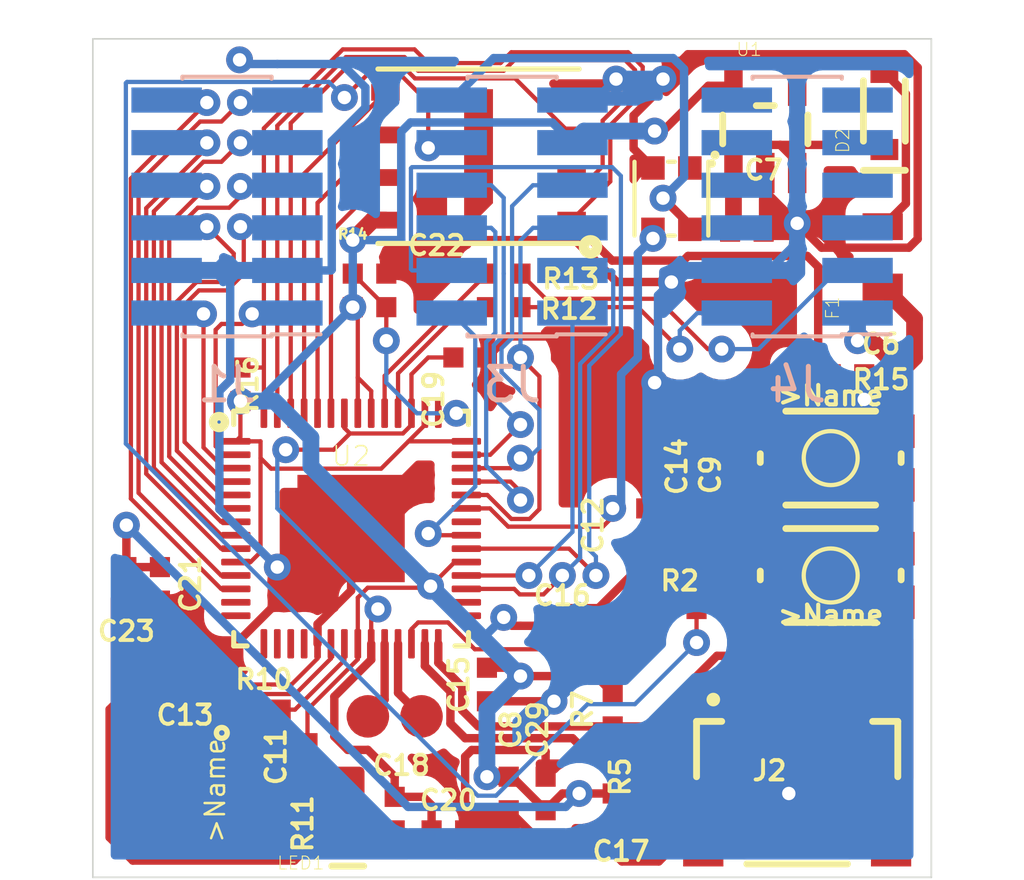
<source format=kicad_pcb>
(kicad_pcb (version 20171130) (host pcbnew 5.1.10)
  (layers (0 Top signal) (1 GND signal) (2 3.3V signal) (31 Bottom signal) (34 B.Paste user) (35 F.Paste user) (36 B.SilkS user) (37 F.SilkS user) (38 B.Mask user) (39 F.Mask user) (44 Edge.Cuts user))
  (net 0 "")
  (net 1 GND)
  (net 2 V_USB)
  (net 3 3.3V)
  (net 4 1.1V)
  (net 5 "Net-(LED1-PadA)")
  (net 6 /~RESET~)
  (net 7 "Net-(D2-PadA)")
  (net 8 /RAW)
  (net 9 /17/SCL)
  (net 10 /16/SDA)
  (net 11 /9/RX1)
  (net 12 /8/TX1)
  (net 13 /7)
  (net 14 /6)
  (net 15 /5)
  (net 16 /4)
  (net 17 /3)
  (net 18 /2)
  (net 19 /1/RX0)
  (net 20 /0/TX0)
  (net 21 /A3)
  (net 22 /A2)
  (net 23 /A1)
  (net 24 /A0)
  (net 25 /22/SPI_SCK)
  (net 26 /20/SPI_CIPO)
  (net 27 /23/SPI_COPI)
  (net 28 /21/SPI_~CS~)
  (net 29 /RP_D+)
  (net 30 /RP_D-)
  (net 31 "Net-(C11-Pad2)")
  (net 32 "Net-(C13-Pad2)")
  (net 33 /QSPI-CS)
  (net 34 /QSPI-1)
  (net 35 /QSPI-2)
  (net 36 /QSPI-0)
  (net 37 /QSPI-CLK)
  (net 38 /QSPI-3)
  (net 39 "Net-(R13-Pad2)")
  (net 40 "Net-(R12-Pad2)")
  (net 41 "Net-(C22-Pad1)")
  (net 42 /25/WS2812-DI)
  (net 43 /SWDIO)
  (net 44 /SWDCK)
  (net 45 "Net-(R10-Pad2)")
  (net 46 /BOOT)
  (module SparkFun_ProMicro-RP2040:QFN-56 (layer Top) (at 146.7 76.6)
    (fp_text reference U2 (at -0.000004 -2.158996) (layer F.SilkS) (effects (font (size 0.57912 0.57912) (thickness 0.046329))))
    (fp_text value RP2040)
    (pad 56 smd roundrect (at -2.6 -3.4365 270) (size 0.875 0.2) (layers Top F.Mask) (roundrect_rratio 0.2) (net 33 /QSPI-CS))
    (pad 55 smd roundrect (at -2.2 -3.4365 90) (size 0.875 0.2) (layers Top F.Mask) (roundrect_rratio 0.2) (net 34 /QSPI-1))
    (pad 54 smd roundrect (at -1.8 -3.4365 90) (size 0.875 0.2) (layers Top F.Mask) (roundrect_rratio 0.2) (net 35 /QSPI-2))
    (pad 53 smd roundrect (at -1.4 -3.4365 90) (size 0.875 0.2) (layers Top F.Mask) (roundrect_rratio 0.2) (net 36 /QSPI-0))
    (pad 52 smd roundrect (at -1 -3.4365 90) (size 0.875 0.2) (layers Top F.Mask) (roundrect_rratio 0.2) (net 37 /QSPI-CLK))
    (pad 51 smd roundrect (at -0.6 -3.4365 90) (size 0.875 0.2) (layers Top F.Mask) (roundrect_rratio 0.2) (net 38 /QSPI-3))
    (pad 50 smd roundrect (at -0.2 -3.4365 90) (size 0.875 0.2) (layers Top F.Mask) (roundrect_rratio 0.2) (net 4 1.1V))
    (pad 49 smd roundrect (at 0.2 -3.4365 270) (size 0.875 0.2) (layers Top F.Mask) (roundrect_rratio 0.2) (net 3 3.3V))
    (pad 48 smd roundrect (at 0.6 -3.4365 90) (size 0.875 0.2) (layers Top F.Mask) (roundrect_rratio 0.2) (net 3 3.3V))
    (pad 47 smd roundrect (at 1 -3.4365 90) (size 0.875 0.2) (layers Top F.Mask) (roundrect_rratio 0.2) (net 39 "Net-(R13-Pad2)"))
    (pad 46 smd roundrect (at 1.4 -3.4365 90) (size 0.875 0.2) (layers Top F.Mask) (roundrect_rratio 0.2) (net 40 "Net-(R12-Pad2)"))
    (pad 45 smd roundrect (at 1.8 -3.4365 90) (size 0.875 0.2) (layers Top F.Mask) (roundrect_rratio 0.2) (net 4 1.1V))
    (pad 44 smd roundrect (at 2.2 -3.4365 90) (size 0.875 0.2) (layers Top F.Mask) (roundrect_rratio 0.2) (net 3 3.3V))
    (pad 43 smd roundrect (at 2.6 -3.4365 90) (size 0.875 0.2) (layers Top F.Mask) (roundrect_rratio 0.2) (net 41 "Net-(C22-Pad1)"))
    (pad 42 smd roundrect (at 3.4365 -2.6 180) (size 0.875 0.2) (layers Top F.Mask) (roundrect_rratio 0.2) (net 3 3.3V))
    (pad 41 smd roundrect (at 3.4365 -2.2) (size 0.875 0.2) (layers Top F.Mask) (roundrect_rratio 0.2) (net 21 /A3))
    (pad 40 smd roundrect (at 3.4365 -1.8) (size 0.875 0.2) (layers Top F.Mask) (roundrect_rratio 0.2) (net 22 /A2))
    (pad 39 smd roundrect (at 3.4365 -1.4) (size 0.875 0.2) (layers Top F.Mask) (roundrect_rratio 0.2) (net 23 /A1))
    (pad 38 smd roundrect (at 3.4365 -1) (size 0.875 0.2) (layers Top F.Mask) (roundrect_rratio 0.2) (net 24 /A0))
    (pad 37 smd roundrect (at 3.4365 -0.6) (size 0.875 0.2) (layers Top F.Mask) (roundrect_rratio 0.2) (net 42 /25/WS2812-DI))
    (pad 36 smd roundrect (at 3.4365 -0.2) (size 0.875 0.2) (layers Top F.Mask) (roundrect_rratio 0.2))
    (pad 35 smd roundrect (at 3.4365 0.2 180) (size 0.875 0.2) (layers Top F.Mask) (roundrect_rratio 0.2) (net 27 /23/SPI_COPI))
    (pad 34 smd roundrect (at 3.4365 0.6) (size 0.875 0.2) (layers Top F.Mask) (roundrect_rratio 0.2) (net 25 /22/SPI_SCK))
    (pad 33 smd roundrect (at 3.4365 1) (size 0.875 0.2) (layers Top F.Mask) (roundrect_rratio 0.2) (net 3 3.3V))
    (pad 32 smd roundrect (at 3.4365 1.4) (size 0.875 0.2) (layers Top F.Mask) (roundrect_rratio 0.2) (net 28 /21/SPI_~CS~))
    (pad 31 smd roundrect (at 3.4365 1.8) (size 0.875 0.2) (layers Top F.Mask) (roundrect_rratio 0.2) (net 26 /20/SPI_CIPO))
    (pad 30 smd roundrect (at 3.4365 2.2) (size 0.875 0.2) (layers Top F.Mask) (roundrect_rratio 0.2))
    (pad 29 smd roundrect (at 3.4365 2.6) (size 0.875 0.2) (layers Top F.Mask) (roundrect_rratio 0.2))
    (pad 28 smd roundrect (at 2.6 3.4365 90) (size 0.875 0.2) (layers Top F.Mask) (roundrect_rratio 0.2) (net 9 /17/SCL))
    (pad 27 smd roundrect (at 2.2 3.4365 270) (size 0.875 0.2) (layers Top F.Mask) (roundrect_rratio 0.2) (net 10 /16/SDA))
    (pad 26 smd roundrect (at 1.8 3.4365 270) (size 0.875 0.2) (layers Top F.Mask) (roundrect_rratio 0.2) (net 6 /~RESET~))
    (pad 25 smd roundrect (at 1.4 3.4365 270) (size 0.875 0.2) (layers Top F.Mask) (roundrect_rratio 0.2) (net 43 /SWDIO))
    (pad 24 smd roundrect (at 1 3.4365 270) (size 0.875 0.2) (layers Top F.Mask) (roundrect_rratio 0.2) (net 44 /SWDCK))
    (pad 23 smd roundrect (at 0.6 3.4365 270) (size 0.875 0.2) (layers Top F.Mask) (roundrect_rratio 0.2) (net 4 1.1V))
    (pad 22 smd roundrect (at 0.2 3.4365 270) (size 0.875 0.2) (layers Top F.Mask) (roundrect_rratio 0.2) (net 3 3.3V))
    (pad 21 smd roundrect (at -0.2 3.4365 90) (size 0.875 0.2) (layers Top F.Mask) (roundrect_rratio 0.2) (net 45 "Net-(R10-Pad2)"))
    (pad 20 smd roundrect (at -0.6 3.4365 270) (size 0.875 0.2) (layers Top F.Mask) (roundrect_rratio 0.2) (net 32 "Net-(C13-Pad2)"))
    (pad 19 smd roundrect (at -1 3.4365 270) (size 0.875 0.2) (layers Top F.Mask) (roundrect_rratio 0.2) (net 1 GND))
    (pad 18 smd roundrect (at -1.4 3.4365 270) (size 0.875 0.2) (layers Top F.Mask) (roundrect_rratio 0.2))
    (pad 17 smd roundrect (at -1.8 3.4365 270) (size 0.875 0.2) (layers Top F.Mask) (roundrect_rratio 0.2))
    (pad 16 smd roundrect (at -2.2 3.4365 270) (size 0.875 0.2) (layers Top F.Mask) (roundrect_rratio 0.2))
    (pad 15 smd roundrect (at -2.6 3.4365 270) (size 0.875 0.2) (layers Top F.Mask) (roundrect_rratio 0.2))
    (pad 14 smd roundrect (at -3.4365 2.6) (size 0.875 0.2) (layers Top F.Mask) (roundrect_rratio 0.2))
    (pad 13 smd roundrect (at -3.4365 2.2 180) (size 0.875 0.2) (layers Top F.Mask) (roundrect_rratio 0.2))
    (pad 12 smd roundrect (at -3.4365 1.8 180) (size 0.875 0.2) (layers Top F.Mask) (roundrect_rratio 0.2) (net 11 /9/RX1))
    (pad 11 smd roundrect (at -3.4365 1.4 180) (size 0.875 0.2) (layers Top F.Mask) (roundrect_rratio 0.2) (net 12 /8/TX1))
    (pad 10 smd roundrect (at -3.4365 1 180) (size 0.875 0.2) (layers Top F.Mask) (roundrect_rratio 0.2) (net 3 3.3V))
    (pad 9 smd roundrect (at -3.4365 0.6 180) (size 0.875 0.2) (layers Top F.Mask) (roundrect_rratio 0.2) (net 13 /7))
    (pad 8 smd roundrect (at -3.4365 0.2 180) (size 0.875 0.2) (layers Top F.Mask) (roundrect_rratio 0.2) (net 14 /6))
    (pad EPAD smd rect (at 0 0) (size 3.2 3.2) (layers Top F.Mask) (net 1 GND))
    (pad 7 smd roundrect (at -3.4365 -0.2) (size 0.875 0.2) (layers Top F.Mask) (roundrect_rratio 0.2) (net 15 /5))
    (pad 6 smd roundrect (at -3.4365 -0.6 180) (size 0.875 0.2) (layers Top F.Mask) (roundrect_rratio 0.2) (net 16 /4))
    (pad 5 smd roundrect (at -3.4365 -1 180) (size 0.875 0.2) (layers Top F.Mask) (roundrect_rratio 0.2) (net 17 /3))
    (pad 4 smd roundrect (at -3.4365 -1.4 180) (size 0.875 0.2) (layers Top F.Mask) (roundrect_rratio 0.2) (net 18 /2))
    (pad 3 smd roundrect (at -3.4365 -1.8 180) (size 0.875 0.2) (layers Top F.Mask) (roundrect_rratio 0.2) (net 19 /1/RX0))
    (pad 2 smd roundrect (at -3.4365 -2.2 180) (size 0.875 0.2) (layers Top F.Mask) (roundrect_rratio 0.2) (net 20 /0/TX0))
    (pad 1 smd roundrect (at -3.4365 -2.6 180) (size 0.875 0.2) (layers Top F.Mask) (roundrect_rratio 0.2) (net 3 3.3V))
  )
  (module SparkFun_ProMicro-RP2040:0402-TIGHT (layer Top) (at 148 85.1 270)
    (fp_text reference C18 (at -1.1 -0.2 180) (layer F.SilkS) (effects (font (size 0.57912 0.57912) (thickness 0.115824)) (justify bottom)))
    (fp_text value 0.1uF)
    (pad 2 smd rect (at 0.5 0 270) (size 0.6 0.6) (layers Top F.Paste F.Mask) (net 1 GND))
    (pad 1 smd rect (at -0.5 0 270) (size 0.6 0.6) (layers Top F.Paste F.Mask) (net 4 1.1V))
  )
  (module SparkFun_ProMicro-RP2040:CRYSTAL-SMD-2X2.5MM (layer Top) (at 141.21 84.404 270)
    (fp_text reference Y1 hide)
    (fp_text value 12MHz hide)
    (fp_text user >Name (at 0.008 -1.776 90) (layer F.SilkS) (effects (font (size 0.57912 0.57912) (thickness 0.073152)) (justify bottom)))
    (pad P2 smd rect (at -0.854 -0.69 270) (size 1.2 1.1) (layers Top F.Paste F.Mask))
    (pad P1 smd rect (at 0.846 -0.69 270) (size 1.2 1.1) (layers Top F.Paste F.Mask) (net 31 "Net-(C11-Pad2)"))
    (pad P4 smd rect (at 0.846 0.71 270) (size 1.2 1.1) (layers Top F.Paste F.Mask))
    (pad P3 smd rect (at -0.854 0.71 270) (size 1.2 1.1) (layers Top F.Paste F.Mask) (net 32 "Net-(C13-Pad2)"))
  )
  (module SparkFun_ProMicro-RP2040:WSON-8-6X5-SKINNY_CENTERPAD (layer Top) (at 150.5 65.5 180)
    (fp_text reference U4 hide)
    (fp_text value W25QXX128MBIT hide)
    (fp_poly (pts (xy -0.43 -1.4) (xy 0.17 -2) (xy 0.43 -2) (xy 0.43 2) (xy -0.43 2)) (layer Top) (width 0))
    (pad 8 smd rect (at 2.775 -1.905 270) (size 0.5 0.85) (layers Top F.Paste F.Mask) (net 3 3.3V))
    (pad 7 smd rect (at 2.775 -0.635 270) (size 0.5 0.85) (layers Top F.Paste F.Mask) (net 38 /QSPI-3))
    (pad 5 smd rect (at 2.775 1.905 270) (size 0.5 0.85) (layers Top F.Paste F.Mask) (net 36 /QSPI-0))
    (pad 6 smd rect (at 2.775 0.635 270) (size 0.5 0.85) (layers Top F.Paste F.Mask) (net 37 /QSPI-CLK))
    (pad 4 smd rect (at -2.775 1.905 270) (size 0.5 0.85) (layers Top F.Paste F.Mask) (net 1 GND))
    (pad 3 smd rect (at -2.775 0.635 270) (size 0.5 0.85) (layers Top F.Paste F.Mask) (net 35 /QSPI-2))
    (pad 2 smd rect (at -2.775 -0.635 270) (size 0.5 0.85) (layers Top F.Paste F.Mask) (net 34 /QSPI-1))
    (pad 1 smd rect (at -2.775 -1.905 270) (size 0.5 0.85) (layers Top F.Paste F.Mask) (net 33 /QSPI-CS))
  )
  (module SparkFun_ProMicro-RP2040:WS2812-2020 (layer Top) (at 156.25 66.765 90)
    (fp_text reference U3 hide)
    (fp_text value WS2812-2020 hide)
    (pad 3 smd rect (at -0.915 -0.55 90) (size 0.7 0.7) (layers Top F.Paste F.Mask) (net 42 /25/WS2812-DI))
    (pad 4 smd rect (at -0.915 0.55 90) (size 0.7 0.7) (layers Top F.Paste F.Mask) (net 8 /RAW))
    (pad 1 smd rect (at 0.915 0.55 90) (size 0.7 0.7) (layers Top F.Paste F.Mask))
    (pad 2 smd rect (at 0.915 -0.55 90) (size 0.7 0.7) (layers Top F.Paste F.Mask) (net 1 GND))
  )
  (module SparkFun_ProMicro-RP2040:SOT23-5 (layer Top) (at 159.05 64.7001)
    (fp_text reference U1 (at -0.889 -2.159 180) (layer F.SilkS) (effects (font (size 0.38608 0.38608) (thickness 0.030886)) (justify left bottom)))
    (fp_text value 3.3V)
    (pad 5 smd rect (at -0.95 -1.3001) (size 0.55 1.2) (layers Top F.Paste F.Mask) (net 3 3.3V))
    (pad 4 smd rect (at 0.95 -1.3001) (size 0.55 1.2) (layers Top F.Paste F.Mask))
    (pad 3 smd rect (at 0.95 1.3001) (size 0.55 1.2) (layers Top F.Paste F.Mask) (net 8 /RAW))
    (pad 2 smd rect (at 0 1.3001) (size 0.55 1.2) (layers Top F.Paste F.Mask) (net 1 GND))
    (pad 1 smd rect (at -0.95 1.3001) (size 0.55 1.2) (layers Top F.Paste F.Mask) (net 8 /RAW))
  )
  (module SparkFun_ProMicro-RP2040:PAD.03X.05 (layer Top) (at 148.8 82.2)
    (fp_text reference TP2 hide)
    (fp_text value TEST-POINT3X5 hide)
    (pad P$1 smd roundrect (at 0 0) (size 1.27 1.27) (layers Top F.Mask) (roundrect_rratio 0.5) (net 43 /SWDIO))
  )
  (module SparkFun_ProMicro-RP2040:PAD.03X.05 (layer Top) (at 147.2 82.2)
    (fp_text reference TP1 hide)
    (fp_text value TEST-POINT3X5 hide)
    (pad P$1 smd roundrect (at 0 0) (size 1.27 1.27) (layers Top F.Mask) (roundrect_rratio 0.5) (net 44 /SWDCK))
  )
  (module SparkFun_ProMicro-RP2040:TACTILE_SWITCH_SMD_4.6X2.8MM (layer Top) (at 161 74.5)
    (fp_text reference S2 hide)
    (fp_text value Boot hide)
    (fp_text user >Name (at 0 -1.524) (layer F.SilkS) (effects (font (size 0.57912 0.57912) (thickness 0.12192)) (justify bottom)))
    (pad 4 smd rect (at -2.05 -0.8) (size 0.9 1) (layers Top F.Paste F.Mask) (net 46 /BOOT))
    (pad 1 smd rect (at -2.05 0.8) (size 0.9 1) (layers Top F.Paste F.Mask) (net 1 GND))
    (pad 2 smd rect (at 2.05 0.8) (size 0.9 1) (layers Top F.Paste F.Mask) (net 1 GND))
    (pad 3 smd rect (at 2.05 -0.8) (size 0.9 1) (layers Top F.Paste F.Mask) (net 46 /BOOT))
  )
  (module SparkFun_ProMicro-RP2040:TACTILE_SWITCH_SMD_4.6X2.8MM (layer Top) (at 161 78 180)
    (fp_text reference S1 hide)
    (fp_text value Reset hide)
    (fp_text user >Name (at 0 -1.524) (layer F.SilkS) (effects (font (size 0.57912 0.57912) (thickness 0.12192)) (justify bottom)))
    (pad 4 smd rect (at -2.05 -0.8 180) (size 0.9 1) (layers Top F.Paste F.Mask) (net 6 /~RESET~))
    (pad 1 smd rect (at -2.05 0.8 180) (size 0.9 1) (layers Top F.Paste F.Mask) (net 1 GND))
    (pad 2 smd rect (at 2.05 0.8 180) (size 0.9 1) (layers Top F.Paste F.Mask) (net 1 GND))
    (pad 3 smd rect (at 2.05 -0.8 180) (size 0.9 1) (layers Top F.Paste F.Mask) (net 6 /~RESET~))
  )
  (module SparkFun_ProMicro-RP2040:0402-TIGHT (layer Top) (at 143.4 72.3 270)
    (fp_text reference R16 (at 0 -0.562 90) (layer F.SilkS) (effects (font (size 0.57912 0.57912) (thickness 0.115824)) (justify bottom)))
    (fp_text value 10k)
    (pad 2 smd rect (at 0.5 0 270) (size 0.6 0.6) (layers Top F.Paste F.Mask) (net 3 3.3V))
    (pad 1 smd rect (at -0.5 0 270) (size 0.6 0.6) (layers Top F.Paste F.Mask) (net 33 /QSPI-CS))
  )
  (module SparkFun_ProMicro-RP2040:0402-TIGHT (layer Top) (at 160.5 72)
    (fp_text reference R15 (at 2 0.5) (layer F.SilkS) (effects (font (size 0.57912 0.57912) (thickness 0.115824)) (justify bottom)))
    (fp_text value 1k)
    (pad 2 smd rect (at 0.5 0) (size 0.6 0.6) (layers Top F.Paste F.Mask) (net 46 /BOOT))
    (pad 1 smd rect (at -0.5 0) (size 0.6 0.6) (layers Top F.Paste F.Mask) (net 33 /QSPI-CS))
  )
  (module SparkFun_ProMicro-RP2040:0402-TIGHT (layer Top) (at 146.75 69.5 270)
    (fp_text reference R14 (at -1.5 0 180) (layer F.SilkS) (effects (font (size 0.3 0.3) (thickness 0.075)) (justify bottom)))
    (fp_text value 200)
    (pad 2 smd rect (at 0.5 0 270) (size 0.6 0.6) (layers Top F.Paste F.Mask) (net 3 3.3V))
    (pad 1 smd rect (at -0.5 0 270) (size 0.6 0.6) (layers Top F.Paste F.Mask) (net 41 "Net-(C22-Pad1)"))
  )
  (module SparkFun_ProMicro-RP2040:0402-TIGHT (layer Top) (at 151.25 69 180)
    (fp_text reference R13 (at -2 -0.5) (layer F.SilkS) (effects (font (size 0.57912 0.57912) (thickness 0.115824)) (justify bottom)))
    (fp_text value 27)
    (pad 2 smd rect (at 0.5 0 180) (size 0.6 0.6) (layers Top F.Paste F.Mask) (net 39 "Net-(R13-Pad2)"))
    (pad 1 smd rect (at -0.5 0 180) (size 0.6 0.6) (layers Top F.Paste F.Mask) (net 29 /RP_D+))
  )
  (module SparkFun_ProMicro-RP2040:0402-TIGHT (layer Top) (at 151.25 70 180)
    (fp_text reference R12 (at -1.95 -0.4) (layer F.SilkS) (effects (font (size 0.57912 0.57912) (thickness 0.115824)) (justify bottom)))
    (fp_text value 27)
    (pad 2 smd rect (at 0.5 0 180) (size 0.6 0.6) (layers Top F.Paste F.Mask) (net 40 "Net-(R12-Pad2)"))
    (pad 1 smd rect (at -0.5 0 180) (size 0.6 0.6) (layers Top F.Paste F.Mask) (net 30 /RP_D-))
  )
  (module SparkFun_ProMicro-RP2040:0402-TIGHT (layer Top) (at 145.4 83.5 90)
    (fp_text reference R11 (at -1.9 0.2 90) (layer F.SilkS) (effects (font (size 0.57912 0.57912) (thickness 0.115824)) (justify bottom)))
    (fp_text value 1k)
    (pad 2 smd rect (at 0.5 0 90) (size 0.6 0.6) (layers Top F.Paste F.Mask) (net 3 3.3V))
    (pad 1 smd rect (at -0.5 0 90) (size 0.6 0.6) (layers Top F.Paste F.Mask) (net 5 "Net-(LED1-PadA)"))
  )
  (module SparkFun_ProMicro-RP2040:0402-TIGHT (layer Top) (at 144.1 82)
    (fp_text reference R10 (at 0 -0.562) (layer F.SilkS) (effects (font (size 0.57912 0.57912) (thickness 0.115824)) (justify bottom)))
    (fp_text value 1k)
    (pad 2 smd rect (at 0.5 0) (size 0.6 0.6) (layers Top F.Paste F.Mask) (net 45 "Net-(R10-Pad2)"))
    (pad 1 smd rect (at -0.5 0) (size 0.6 0.6) (layers Top F.Paste F.Mask) (net 31 "Net-(C11-Pad2)"))
  )
  (module SparkFun_ProMicro-RP2040:0402-TIGHT (layer Top) (at 154.5 82 90)
    (fp_text reference R7 (at 0 -0.562 90) (layer F.SilkS) (effects (font (size 0.57912 0.57912) (thickness 0.115824)) (justify bottom)))
    (fp_text value 2.2k)
    (pad 2 smd rect (at 0.5 0 90) (size 0.6 0.6) (layers Top F.Paste F.Mask) (net 3 3.3V))
    (pad 1 smd rect (at -0.5 0 90) (size 0.6 0.6) (layers Top F.Paste F.Mask) (net 9 /17/SCL))
  )
  (module SparkFun_ProMicro-RP2040:0402-TIGHT (layer Top) (at 154.5 84 270)
    (fp_text reference R5 (at 0 -0.562 90) (layer F.SilkS) (effects (font (size 0.57912 0.57912) (thickness 0.115824)) (justify bottom)))
    (fp_text value 2.2k)
    (pad 2 smd rect (at 0.5 0 270) (size 0.6 0.6) (layers Top F.Paste F.Mask) (net 3 3.3V))
    (pad 1 smd rect (at -0.5 0 270) (size 0.6 0.6) (layers Top F.Paste F.Mask) (net 10 /16/SDA))
  )
  (module SparkFun_ProMicro-RP2040:0402-TIGHT (layer Top) (at 156.5 79 180)
    (fp_text reference R2 (at 0 0.5) (layer F.SilkS) (effects (font (size 0.57912 0.57912) (thickness 0.115824)) (justify bottom)))
    (fp_text value 10k)
    (pad 2 smd rect (at 0.5 0 180) (size 0.6 0.6) (layers Top F.Paste F.Mask) (net 3 3.3V))
    (pad 1 smd rect (at -0.5 0 180) (size 0.6 0.6) (layers Top F.Paste F.Mask) (net 6 /~RESET~))
  )
  (module SparkFun_ProMicro-RP2040:LED-0603 (layer Top) (at 146.6 85.077 270)
    (fp_text reference LED1 (at 1.723 1.4) (layer F.SilkS) (effects (font (size 0.38608 0.38608) (thickness 0.030886)) (justify bottom)))
    (fp_text value RED)
    (pad A smd roundrect (at -0.877 0 180) (size 1 1) (layers Top F.Paste F.Mask) (roundrect_rratio 0.15) (net 5 "Net-(LED1-PadA)"))
    (pad C smd roundrect (at 0.877 0 180) (size 1 1) (layers Top F.Paste F.Mask) (roundrect_rratio 0.15) (net 1 GND))
  )
  (module Connector_PinSocket_1.27mm:PinSocket_2x06_P1.27mm_Vertical_SMD (layer Bottom) (at 160 67)
    (fp_text reference J4 (at 0 5.31) (layer B.SilkS) (effects (justify mirror)))
    (fp_text value Conn_01x04_Male)
    (pad 12 smd rect (at -1.8 -3.175) (size 2.1 0.75) (layers Bottom B.Paste B.Mask))
    (pad 11 smd rect (at 1.8 -3.175) (size 2.1 0.75) (layers Bottom B.Paste B.Mask))
    (pad 10 smd rect (at -1.8 -1.905) (size 2.1 0.75) (layers Bottom B.Paste B.Mask))
    (pad 9 smd rect (at 1.8 -1.905) (size 2.1 0.75) (layers Bottom B.Paste B.Mask))
    (pad 8 smd rect (at -1.8 -0.635) (size 2.1 0.75) (layers Bottom B.Paste B.Mask))
    (pad 7 smd rect (at 1.8 -0.635) (size 2.1 0.75) (layers Bottom B.Paste B.Mask))
    (pad 6 smd rect (at -1.8 0.635) (size 2.1 0.75) (layers Bottom B.Paste B.Mask))
    (pad 5 smd rect (at 1.8 0.635) (size 2.1 0.75) (layers Bottom B.Paste B.Mask))
    (pad 4 smd rect (at -1.8 1.905) (size 2.1 0.75) (layers Bottom B.Paste B.Mask) (net 1 GND))
    (pad 3 smd rect (at 1.8 1.905) (size 2.1 0.75) (layers Bottom B.Paste B.Mask) (net 29 /RP_D+))
    (pad 2 smd rect (at -1.8 3.175) (size 2.1 0.75) (layers Bottom B.Paste B.Mask) (net 30 /RP_D-))
    (pad 1 smd rect (at 1.8 3.175) (size 2.1 0.75) (layers Bottom B.Paste B.Mask) (net 2 V_USB))
  )
  (module Connector_PinSocket_1.27mm:PinSocket_2x06_P1.27mm_Vertical_SMD (layer Bottom) (at 151.5 67)
    (fp_text reference J3 (at 0 5.31) (layer B.SilkS) (effects (justify mirror)))
    (fp_text value Conn_01x12_Male)
    (pad 12 smd rect (at -1.8 -3.175) (size 2.1 0.75) (layers Bottom B.Paste B.Mask) (net 8 /RAW))
    (pad 11 smd rect (at 1.8 -3.175) (size 2.1 0.75) (layers Bottom B.Paste B.Mask) (net 1 GND))
    (pad 10 smd rect (at -1.8 -1.905) (size 2.1 0.75) (layers Bottom B.Paste B.Mask) (net 6 /~RESET~))
    (pad 9 smd rect (at 1.8 -1.905) (size 2.1 0.75) (layers Bottom B.Paste B.Mask) (net 3 3.3V))
    (pad 8 smd rect (at -1.8 -0.635) (size 2.1 0.75) (layers Bottom B.Paste B.Mask) (net 21 /A3))
    (pad 7 smd rect (at 1.8 -0.635) (size 2.1 0.75) (layers Bottom B.Paste B.Mask) (net 22 /A2))
    (pad 6 smd rect (at -1.8 0.635) (size 2.1 0.75) (layers Bottom B.Paste B.Mask) (net 23 /A1))
    (pad 5 smd rect (at 1.8 0.635) (size 2.1 0.75) (layers Bottom B.Paste B.Mask) (net 24 /A0))
    (pad 4 smd rect (at -1.8 1.905) (size 2.1 0.75) (layers Bottom B.Paste B.Mask) (net 25 /22/SPI_SCK))
    (pad 3 smd rect (at 1.8 1.905) (size 2.1 0.75) (layers Bottom B.Paste B.Mask) (net 26 /20/SPI_CIPO))
    (pad 2 smd rect (at -1.8 3.175) (size 2.1 0.75) (layers Bottom B.Paste B.Mask) (net 27 /23/SPI_COPI))
    (pad 1 smd rect (at 1.8 3.175) (size 2.1 0.75) (layers Bottom B.Paste B.Mask) (net 28 /21/SPI_~CS~))
  )
  (module SparkFun_ProMicro-RP2040:JST04_1MM_RA (layer Top) (at 160 82)
    (fp_text reference J2 (at -1.397 2.159) (layer F.SilkS) (effects (font (size 0.57912 0.57912) (thickness 0.115824)) (justify left bottom)))
    (fp_text value Qwiic)
    (pad 4 smd rect (at 1.5 0) (size 0.6 1.35) (layers Top F.Paste F.Mask) (net 9 /17/SCL))
    (pad 3 smd rect (at 0.5 0) (size 0.6 1.35) (layers Top F.Paste F.Mask) (net 10 /16/SDA))
    (pad 2 smd rect (at -0.5 0) (size 0.6 1.35) (layers Top F.Paste F.Mask) (net 3 3.3V))
    (pad 1 smd rect (at -1.5 0) (size 0.6 1.35) (layers Top F.Paste F.Mask) (net 1 GND))
    (pad NC1 smd rect (at 2.8 3.675) (size 1.2 2) (layers Top F.Paste F.Mask))
    (pad NC2 smd rect (at -2.8 3.675) (size 1.2 2) (layers Top F.Paste F.Mask))
  )
  (module Connector_PinSocket_1.27mm:PinSocket_2x06_P1.27mm_Vertical_SMD (layer Bottom) (at 143 67)
    (fp_text reference J1 (at 0 5.31) (layer B.SilkS) (effects (justify mirror)))
    (fp_text value Conn_01x12_Male)
    (pad 12 smd rect (at -1.8 -3.175) (size 2.1 0.75) (layers Bottom B.Paste B.Mask) (net 11 /9/RX1))
    (pad 11 smd rect (at 1.8 -3.175) (size 2.1 0.75) (layers Bottom B.Paste B.Mask) (net 12 /8/TX1))
    (pad 10 smd rect (at -1.8 -1.905) (size 2.1 0.75) (layers Bottom B.Paste B.Mask) (net 13 /7))
    (pad 9 smd rect (at 1.8 -1.905) (size 2.1 0.75) (layers Bottom B.Paste B.Mask) (net 14 /6))
    (pad 8 smd rect (at -1.8 -0.635) (size 2.1 0.75) (layers Bottom B.Paste B.Mask) (net 15 /5))
    (pad 7 smd rect (at 1.8 -0.635) (size 2.1 0.75) (layers Bottom B.Paste B.Mask) (net 16 /4))
    (pad 6 smd rect (at -1.8 0.635) (size 2.1 0.75) (layers Bottom B.Paste B.Mask) (net 17 /3))
    (pad 5 smd rect (at 1.8 0.635) (size 2.1 0.75) (layers Bottom B.Paste B.Mask) (net 18 /2))
    (pad 4 smd rect (at -1.8 1.905) (size 2.1 0.75) (layers Bottom B.Paste B.Mask) (net 1 GND))
    (pad 3 smd rect (at 1.8 1.905) (size 2.1 0.75) (layers Bottom B.Paste B.Mask) (net 1 GND))
    (pad 2 smd rect (at -1.8 3.175) (size 2.1 0.75) (layers Bottom B.Paste B.Mask) (net 19 /1/RX0))
    (pad 1 smd rect (at 1.8 3.175) (size 2.1 0.75) (layers Bottom B.Paste B.Mask) (net 20 /0/TX0))
  )
  (module SparkFun_ProMicro-RP2040:0805 (layer Top) (at 162.55 68.5 90)
    (fp_text reference F1 (at -1.524 -1.27 270) (layer F.SilkS) (effects (font (size 0.38608 0.38608) (thickness 0.030886)) (justify bottom)))
    (fp_text value "6V 0.5A")
    (pad 2 smd rect (at 0.9 0 90) (size 0.8 1.2) (layers Top F.Paste F.Mask) (net 7 "Net-(D2-PadA)"))
    (pad 1 smd rect (at -0.9 0 90) (size 0.8 1.2) (layers Top F.Paste F.Mask) (net 2 V_USB))
  )
  (module SparkFun_ProMicro-RP2040:SOD-323 (layer Top) (at 162.6 64.15 90)
    (fp_text reference D2 (at -0.889 -1.016 270) (layer F.SilkS) (effects (font (size 0.38608 0.38608) (thickness 0.030886)) (justify bottom)))
    (fp_text value 3A/10V/280mV)
    (pad A smd rect (at 1.15 0 90) (size 0.63 0.83) (layers Top F.Paste F.Mask) (net 7 "Net-(D2-PadA)"))
    (pad C smd rect (at -1.15 0 90) (size 0.63 0.83) (layers Top F.Paste F.Mask) (net 8 /RAW))
  )
  (module SparkFun_ProMicro-RP2040:0402-TIGHT (layer Top) (at 152.5 84.5 90)
    (fp_text reference C29 (at 1.9 0.1 90) (layer F.SilkS) (effects (font (size 0.57912 0.57912) (thickness 0.115824)) (justify bottom)))
    (fp_text value 0.1uF)
    (pad 2 smd rect (at 0.5 0 90) (size 0.6 0.6) (layers Top F.Paste F.Mask) (net 1 GND))
    (pad 1 smd rect (at -0.5 0 90) (size 0.6 0.6) (layers Top F.Paste F.Mask) (net 3 3.3V))
  )
  (module SparkFun_ProMicro-RP2040:0402-TIGHT (layer Top) (at 140 78.25 270)
    (fp_text reference C23 (at 1.75 0 180) (layer F.SilkS) (effects (font (size 0.57912 0.57912) (thickness 0.115824)) (justify bottom)))
    (fp_text value 2.2uF)
    (pad 2 smd rect (at 0.5 0 270) (size 0.6 0.6) (layers Top F.Paste F.Mask) (net 1 GND))
    (pad 1 smd rect (at -0.5 0 270) (size 0.6 0.6) (layers Top F.Paste F.Mask) (net 3 3.3V))
  )
  (module SparkFun_ProMicro-RP2040:0402-TIGHT (layer Top) (at 147.75 69.5 90)
    (fp_text reference C22 (at 1 1.5 180) (layer F.SilkS) (effects (font (size 0.57912 0.57912) (thickness 0.115824)) (justify bottom)))
    (fp_text value 2.2uF)
    (pad 2 smd rect (at 0.5 0 90) (size 0.6 0.6) (layers Top F.Paste F.Mask) (net 1 GND))
    (pad 1 smd rect (at -0.5 0 90) (size 0.6 0.6) (layers Top F.Paste F.Mask) (net 41 "Net-(C22-Pad1)"))
  )
  (module SparkFun_ProMicro-RP2040:0402-TIGHT (layer Top) (at 141 78.25 270)
    (fp_text reference C21 (at 0 -1.25 90) (layer F.SilkS) (effects (font (size 0.57912 0.57912) (thickness 0.115824)) (justify bottom)))
    (fp_text value 2.2uF)
    (pad 2 smd rect (at 0.5 0 270) (size 0.6 0.6) (layers Top F.Paste F.Mask) (net 1 GND))
    (pad 1 smd rect (at -0.5 0 270) (size 0.6 0.6) (layers Top F.Paste F.Mask) (net 3 3.3V))
  )
  (module SparkFun_ProMicro-RP2040:0402-TIGHT (layer Top) (at 149.6 85.6)
    (fp_text reference C20 (at 0 -0.562) (layer F.SilkS) (effects (font (size 0.57912 0.57912) (thickness 0.115824)) (justify bottom)))
    (fp_text value 2.2uF)
    (pad 2 smd rect (at 0.5 0) (size 0.6 0.6) (layers Top F.Paste F.Mask) (net 1 GND))
    (pad 1 smd rect (at -0.5 0) (size 0.6 0.6) (layers Top F.Paste F.Mask) (net 4 1.1V))
  )
  (module SparkFun_ProMicro-RP2040:0402-TIGHT (layer Top) (at 150.25 71.5)
    (fp_text reference C19 (at -0.75 1.25 270) (layer F.SilkS) (effects (font (size 0.57912 0.57912) (thickness 0.115824)) (justify bottom)))
    (fp_text value 0.1uF)
    (pad 2 smd rect (at 0.5 0) (size 0.6 0.6) (layers Top F.Paste F.Mask) (net 1 GND))
    (pad 1 smd rect (at -0.5 0) (size 0.6 0.6) (layers Top F.Paste F.Mask) (net 4 1.1V))
  )
  (module SparkFun_ProMicro-RP2040:0402-TIGHT (layer Top) (at 154.75 86 180)
    (fp_text reference C17 (at 0 -0.562) (layer F.SilkS) (effects (font (size 0.57912 0.57912) (thickness 0.115824)) (justify bottom)))
    (fp_text value 0.1uF)
    (pad 2 smd rect (at 0.5 0 180) (size 0.6 0.6) (layers Top F.Paste F.Mask) (net 1 GND))
    (pad 1 smd rect (at -0.5 0 180) (size 0.6 0.6) (layers Top F.Paste F.Mask) (net 3 3.3V))
  )
  (module SparkFun_ProMicro-RP2040:0402-TIGHT (layer Top) (at 153 79.5)
    (fp_text reference C16 (at 0 -0.562) (layer F.SilkS) (effects (font (size 0.57912 0.57912) (thickness 0.115824)) (justify bottom)))
    (fp_text value 0.1uF)
    (pad 2 smd rect (at 0.5 0) (size 0.6 0.6) (layers Top F.Paste F.Mask) (net 1 GND))
    (pad 1 smd rect (at -0.5 0) (size 0.6 0.6) (layers Top F.Paste F.Mask) (net 3 3.3V))
  )
  (module SparkFun_ProMicro-RP2040:0402-TIGHT (layer Top) (at 150.75 81.25 270)
    (fp_text reference C15 (at 0 0.5 90) (layer F.SilkS) (effects (font (size 0.57912 0.57912) (thickness 0.115824)) (justify bottom)))
    (fp_text value 0.1uF)
    (pad 2 smd rect (at 0.5 0 270) (size 0.6 0.6) (layers Top F.Paste F.Mask) (net 1 GND))
    (pad 1 smd rect (at -0.5 0 270) (size 0.6 0.6) (layers Top F.Paste F.Mask) (net 3 3.3V))
  )
  (module SparkFun_ProMicro-RP2040:0402-TIGHT (layer Top) (at 156.5 76.5 90)
    (fp_text reference C14 (at 1.75 0.25 90) (layer F.SilkS) (effects (font (size 0.57912 0.57912) (thickness 0.115824)) (justify bottom)))
    (fp_text value 0.1uF)
    (pad 2 smd rect (at 0.5 0 90) (size 0.6 0.6) (layers Top F.Paste F.Mask) (net 1 GND))
    (pad 1 smd rect (at -0.5 0 90) (size 0.6 0.6) (layers Top F.Paste F.Mask) (net 3 3.3V))
  )
  (module SparkFun_ProMicro-RP2040:0402-TIGHT (layer Top) (at 141.75 81.25 180)
    (fp_text reference C13 (at 0 -1.25) (layer F.SilkS) (effects (font (size 0.57912 0.57912) (thickness 0.115824)) (justify bottom)))
    (fp_text value 15pF)
    (pad 2 smd rect (at 0.5 0 180) (size 0.6 0.6) (layers Top F.Paste F.Mask) (net 32 "Net-(C13-Pad2)"))
    (pad 1 smd rect (at -0.5 0 180) (size 0.6 0.6) (layers Top F.Paste F.Mask) (net 1 GND))
  )
  (module SparkFun_ProMicro-RP2040:0402-TIGHT (layer Top) (at 155.5 76.5 90)
    (fp_text reference C12 (at 0 -1.25 90) (layer F.SilkS) (effects (font (size 0.57912 0.57912) (thickness 0.115824)) (justify bottom)))
    (fp_text value 0.1uF)
    (pad 2 smd rect (at 0.5 0 90) (size 0.6 0.6) (layers Top F.Paste F.Mask) (net 1 GND))
    (pad 1 smd rect (at -0.5 0 90) (size 0.6 0.6) (layers Top F.Paste F.Mask) (net 3 3.3V))
  )
  (module SparkFun_ProMicro-RP2040:0402-TIGHT (layer Top) (at 143.6 83.5 90)
    (fp_text reference C11 (at 0.1 1.2 90) (layer F.SilkS) (effects (font (size 0.57912 0.57912) (thickness 0.115824)) (justify bottom)))
    (fp_text value 15pF)
    (pad 2 smd rect (at 0.5 0 90) (size 0.6 0.6) (layers Top F.Paste F.Mask) (net 31 "Net-(C11-Pad2)"))
    (pad 1 smd rect (at -0.5 0 90) (size 0.6 0.6) (layers Top F.Paste F.Mask) (net 1 GND))
  )
  (module SparkFun_ProMicro-RP2040:0402-TIGHT (layer Top) (at 157.5 76.5 90)
    (fp_text reference C9 (at 1.5 0.25 90) (layer F.SilkS) (effects (font (size 0.57912 0.57912) (thickness 0.115824)) (justify bottom)))
    (fp_text value 0.1uF)
    (pad 2 smd rect (at 0.5 0 90) (size 0.6 0.6) (layers Top F.Paste F.Mask) (net 1 GND))
    (pad 1 smd rect (at -0.5 0 90) (size 0.6 0.6) (layers Top F.Paste F.Mask) (net 3 3.3V))
  )
  (module SparkFun_ProMicro-RP2040:0402-TIGHT (layer Top) (at 151.4 84.5 90)
    (fp_text reference C8 (at 1.9 0.4 90) (layer F.SilkS) (effects (font (size 0.57912 0.57912) (thickness 0.115824)) (justify bottom)))
    (fp_text value 10uF)
    (pad 2 smd rect (at 0.5 0 90) (size 0.6 0.6) (layers Top F.Paste F.Mask) (net 3 3.3V))
    (pad 1 smd rect (at -0.5 0 90) (size 0.6 0.6) (layers Top F.Paste F.Mask) (net 1 GND))
  )
  (module SparkFun_ProMicro-RP2040:0402-TIGHT (layer Top) (at 158.5 67.75 180)
    (fp_text reference C7 (at -0.5 1.5) (layer F.SilkS) (effects (font (size 0.57912 0.57912) (thickness 0.115824)) (justify bottom)))
    (fp_text value 10uF)
    (pad 2 smd rect (at 0.5 0 180) (size 0.6 0.6) (layers Top F.Paste F.Mask) (net 8 /RAW))
    (pad 1 smd rect (at -0.5 0 180) (size 0.6 0.6) (layers Top F.Paste F.Mask) (net 1 GND))
  )
  (module SparkFun_ProMicro-RP2040:0402-TIGHT (layer Top) (at 162.5 72)
    (fp_text reference C6 (at 0 -0.562) (layer F.SilkS) (effects (font (size 0.57912 0.57912) (thickness 0.115824)) (justify bottom)))
    (fp_text value 1.0uF)
    (pad 2 smd rect (at 0.5 0) (size 0.6 0.6) (layers Top F.Paste F.Mask) (net 2 V_USB))
    (pad 1 smd rect (at -0.5 0) (size 0.6 0.6) (layers Top F.Paste F.Mask) (net 1 GND))
  )
  (gr_line (start 139 87) (end 139 62) (layer Edge.Cuts) (width 0.05))
  (gr_line (start 164 87) (end 139 87) (layer Edge.Cuts) (width 0.05))
  (gr_line (start 164 62) (end 164 87) (layer Edge.Cuts) (width 0.05))
  (gr_line (start 139 62) (end 164 62) (layer Edge.Cuts) (width 0.05))
  (segment (start 144.924 81.25) (end 142.25 81.25) (width 0.127) (layer Top) (net 1))
  (segment (start 145.7 80.474) (end 144.924 81.25) (width 0.127) (layer Top) (net 1))
  (segment (start 145.7 80.0365) (end 145.7 80.474) (width 0.127) (layer Top) (net 1))
  (segment (start 145.554 85.954) (end 146.6 85.954) (width 0.25) (layer Top) (net 1))
  (segment (start 143.6 84) (end 145.554 85.954) (width 0.25) (layer Top) (net 1))
  (segment (start 150.7 85) (end 150.1 85.6) (width 0.25) (layer Top) (net 1))
  (segment (start 151.4 85) (end 150.7 85) (width 0.25) (layer Top) (net 1))
  (segment (start 147.646 85.954) (end 148 85.6) (width 0.25) (layer Top) (net 1))
  (segment (start 146.6 85.954) (end 147.646 85.954) (width 0.25) (layer Top) (net 1))
  (segment (start 148.526601 86.126601) (end 148 85.6) (width 0.25) (layer Top) (net 1))
  (segment (start 149.581281 86.126601) (end 148.526601 86.126601) (width 0.25) (layer Top) (net 1))
  (segment (start 150.1 85.607882) (end 149.581281 86.126601) (width 0.25) (layer Top) (net 1))
  (segment (start 150.1 85.6) (end 150.1 85.607882) (width 0.25) (layer Top) (net 1))
  (segment (start 152.4 86) (end 151.4 85) (width 0.25) (layer Top) (net 1))
  (segment (start 154.25 86) (end 152.4 86) (width 0.25) (layer Top) (net 1))
  (segment (start 158.95 75.3) (end 163.05 75.3) (width 0.25) (layer Top) (net 1))
  (segment (start 163.05 75.3) (end 163.05 77.2) (width 0.25) (layer Top) (net 1))
  (segment (start 158.95 77.2) (end 158.95 75.3) (width 0.25) (layer Top) (net 1))
  (segment (start 158.95 77.2) (end 163.05 77.2) (width 0.25) (layer Top) (net 1))
  (segment (start 145.7 79.45) (end 145.7 80.0365) (width 0.25) (layer Top) (net 1))
  (segment (start 146.7 78.45) (end 145.7 79.45) (width 0.25) (layer Top) (net 1))
  (segment (start 146.7 76.6) (end 146.7 78.45) (width 0.25) (layer Top) (net 1))
  (segment (start 154.776601 86.526601) (end 154.25 86) (width 0.25) (layer Top) (net 1))
  (segment (start 155.873399 86.526601) (end 154.776601 86.526601) (width 0.25) (layer Top) (net 1))
  (segment (start 156.373399 86.026601) (end 155.873399 86.526601) (width 0.25) (layer Top) (net 1))
  (segment (start 156.373399 84.126601) (end 156.373399 86.026601) (width 0.25) (layer Top) (net 1))
  (segment (start 158.5 82) (end 156.373399 84.126601) (width 0.25) (layer Top) (net 1))
  (segment (start 153.275 63.595) (end 154.205 63.595) (width 0.25) (layer Top) (net 1))
  (segment (start 154.205 63.595) (end 154.6 63.2) (width 0.25) (layer Top) (net 1))
  (segment (start 154.6 63.2) (end 154.6 63.2) (width 0.25) (layer Top) (net 1))
  (via (at 154.6 63.2) (size 0.8) (drill 0.4) (layers Top Bottom) (net 1))
  (segment (start 142.25 81.051954) (end 146.7 76.601954) (width 0.25) (layer Top) (net 1))
  (segment (start 146.7 76.601954) (end 146.7 76.6) (width 0.25) (layer Top) (net 1))
  (segment (start 142.25 81.25) (end 142.25 81.051954) (width 0.25) (layer Top) (net 1))
  (segment (start 152.5 83.25) (end 152.45322 83.20322) (width 0.25) (layer Top) (net 1))
  (segment (start 152.5 84) (end 152.5 83.25) (width 0.25) (layer Top) (net 1))
  (segment (start 152.45322 83.20322) (end 150.29678 83.20322) (width 0.25) (layer Top) (net 1))
  (segment (start 150.1 83.4) (end 150.1 85.6) (width 0.25) (layer Top) (net 1))
  (segment (start 150.29678 83.20322) (end 150.1 83.4) (width 0.25) (layer Top) (net 1))
  (segment (start 147.75 69) (end 148.75 68) (width 0.25) (layer Top) (net 1))
  (segment (start 153.37275 68) (end 154.62275 69.25) (width 0.25) (layer Top) (net 1))
  (segment (start 148.75 68) (end 153.37275 68) (width 0.25) (layer Top) (net 1))
  (segment (start 154.62275 69.25) (end 156.25 69.25) (width 0.25) (layer Top) (net 1))
  (segment (start 156.25 69.25) (end 156.25 69.25) (width 0.25) (layer Top) (net 1))
  (via (at 156.25 69.25) (size 0.8) (drill 0.4) (layers Top Bottom) (net 1))
  (segment (start 154.6 63.2) (end 156 63.2) (width 0.5) (layer Bottom) (net 1))
  (segment (start 156 63.2) (end 156 63.2) (width 0.5) (layer Bottom) (net 1))
  (segment (start 156 63.2) (end 156 63.2) (width 0.5) (layer Bottom) (net 1))
  (segment (start 162 72) (end 162 72.75) (width 0.5) (layer Top) (net 1))
  (segment (start 162 72.75) (end 162 72.8) (width 0.5) (layer Top) (net 1))
  (via (at 162 72.75) (size 0.8) (drill 0.4) (layers Top Bottom) (net 1))
  (segment (start 156 63.410276) (end 156 63.25) (width 0.25) (layer Top) (net 1))
  (segment (start 156 63.2) (end 156 63.2) (width 0.5) (layer Bottom) (net 1))
  (via (at 156 63.2) (size 0.8) (drill 0.4) (layers Top Bottom) (net 1))
  (segment (start 159.05 66.0002) (end 159.05 66.55) (width 0.25) (layer Top) (net 1))
  (segment (start 159.05 66.55) (end 160 67.5) (width 0.25) (layer Top) (net 1))
  (segment (start 160 67.5) (end 160 67.5) (width 0.25) (layer Top) (net 1))
  (via (at 160 67.5) (size 0.8) (drill 0.4) (layers Top Bottom) (net 1))
  (segment (start 153.975 63.825) (end 154.6 63.2) (width 0.25) (layer Bottom) (net 1))
  (segment (start 153.3 63.825) (end 153.975 63.825) (width 0.25) (layer Bottom) (net 1))
  (segment (start 159.160685 68.905) (end 158.2 68.905) (width 0.25) (layer Bottom) (net 1))
  (segment (start 160 68.065685) (end 159.160685 68.905) (width 0.25) (layer Bottom) (net 1))
  (segment (start 160 67.5) (end 160 68.065685) (width 0.25) (layer Bottom) (net 1))
  (segment (start 156.595 68.905) (end 156.25 69.25) (width 0.25) (layer Bottom) (net 1))
  (segment (start 158.2 68.905) (end 156.595 68.905) (width 0.25) (layer Bottom) (net 1))
  (segment (start 156.25 69.25) (end 155.850001 69.649999) (width 0.25) (layer Bottom) (net 1))
  (segment (start 151.376601 70.873399) (end 152.873399 70.873399) (width 0.25) (layer Top) (net 1))
  (segment (start 150.75 71.5) (end 151.376601 70.873399) (width 0.25) (layer Top) (net 1))
  (segment (start 152.873399 70.873399) (end 154.25 72.25) (width 0.25) (layer Top) (net 1))
  (segment (start 154.25 72.25) (end 154.5 72.25) (width 0.25) (layer Top) (net 1))
  (segment (start 154.5 72.25) (end 154.5 72.25) (width 0.25) (layer Top) (net 1))
  (via (at 155.75 72.25) (size 0.8) (drill 0.4) (layers Top Bottom) (net 1))
  (segment (start 155.850001 69.649999) (end 155.850001 72.149999) (width 0.25) (layer Bottom) (net 1))
  (segment (start 154.5 72.25) (end 155.75 72.25) (width 0.25) (layer Top) (net 1))
  (segment (start 159.75 67.75) (end 160 67.5) (width 0.5) (layer Top) (net 1))
  (segment (start 159 67.75) (end 159.75 67.75) (width 0.5) (layer Top) (net 1))
  (segment (start 145.554 85.954) (end 145.008 86.5) (width 0.25) (layer Top) (net 1))
  (segment (start 145.008 86.5) (end 140.192118 86.5) (width 0.25) (layer Top) (net 1))
  (segment (start 140.192118 86.5) (end 139.5 85.807882) (width 0.25) (layer Top) (net 1))
  (segment (start 139.5 81.992118) (end 140.5 80.992118) (width 0.25) (layer Top) (net 1))
  (segment (start 139.5 85.807882) (end 139.5 81.992118) (width 0.25) (layer Top) (net 1))
  (segment (start 140.5 80.992118) (end 140.5 79) (width 0.25) (layer Top) (net 1))
  (segment (start 158.95 75.3) (end 156.3 75.3) (width 0.25) (layer Top) (net 1))
  (segment (start 155.75 74.75) (end 155.75 72.25) (width 0.25) (layer Top) (net 1))
  (segment (start 156.3 75.3) (end 155.75 74.75) (width 0.25) (layer Top) (net 1))
  (segment (start 158.5 82) (end 158.5 83.25) (width 0.25) (layer Top) (net 1))
  (segment (start 158.5 83.25) (end 159.75 84.5) (width 0.25) (layer Top) (net 1))
  (segment (start 159.75 84.5) (end 159.75 84.5) (width 0.25) (layer Top) (net 1))
  (via (at 159.75 84.5) (size 0.8) (drill 0.4) (layers Top Bottom) (net 1))
  (segment (start 156 63.410276) (end 156 63.2) (width 0.25) (layer Top) (net 1))
  (segment (start 155.123399 64.286877) (end 156 63.410276) (width 0.25) (layer Top) (net 1))
  (segment (start 155.123399 65.273399) (end 155.123399 64.286877) (width 0.25) (layer Top) (net 1))
  (segment (start 155.7 65.85) (end 155.123399 65.273399) (width 0.25) (layer Top) (net 1))
  (segment (start 147.126601 63.449231) (end 146.42737 62.75) (width 0.25) (layer Bottom) (net 1))
  (segment (start 147.126601 64.050769) (end 147.126601 63.449231) (width 0.25) (layer Bottom) (net 1))
  (segment (start 146.123399 65.053971) (end 147.126601 64.050769) (width 0.25) (layer Bottom) (net 1))
  (segment (start 146.123399 68.881601) (end 146.123399 65.053971) (width 0.25) (layer Bottom) (net 1))
  (segment (start 146.1 68.905) (end 146.123399 68.881601) (width 0.25) (layer Bottom) (net 1))
  (segment (start 144.8 68.905) (end 146.1 68.905) (width 0.25) (layer Bottom) (net 1))
  (segment (start 146.42737 62.75) (end 144.5 62.75) (width 0.25) (layer Bottom) (net 1))
  (segment (start 144.5 62.75) (end 143.5 62.75) (width 0.25) (layer Bottom) (net 1))
  (segment (start 143.5 62.75) (end 143.375 62.625) (width 0.25) (layer Bottom) (net 1))
  (segment (start 143.375 62.625) (end 143.25 62.5) (width 0.25) (layer Bottom) (net 1))
  (via (at 143.375 62.625) (size 0.8) (drill 0.4) (layers Top Bottom) (net 1))
  (segment (start 163.196281 62.458399) (end 156.741601 62.458399) (width 0.25) (layer Top) (net 1))
  (segment (start 163.593211 62.855329) (end 163.196281 62.458399) (width 0.25) (layer Top) (net 1))
  (segment (start 163.593211 67.964671) (end 163.593211 62.855329) (width 0.25) (layer Top) (net 1))
  (segment (start 156.741601 62.458399) (end 156 63.2) (width 0.25) (layer Top) (net 1))
  (segment (start 163.331281 68.226601) (end 163.593211 67.964671) (width 0.25) (layer Top) (net 1))
  (segment (start 160.726601 68.226601) (end 163.331281 68.226601) (width 0.25) (layer Top) (net 1))
  (segment (start 160 67.5) (end 160.726601 68.226601) (width 0.25) (layer Top) (net 1))
  (segment (start 142.773399 72.499231) (end 142.773399 76.023399) (width 0.25) (layer Bottom) (net 1))
  (segment (start 143.095 68.905) (end 143.095 72.17763) (width 0.25) (layer Bottom) (net 1))
  (segment (start 143.095 72.17763) (end 142.773399 72.499231) (width 0.25) (layer Bottom) (net 1))
  (segment (start 144.8 68.905) (end 143.095 68.905) (width 0.25) (layer Bottom) (net 1))
  (segment (start 143.095 68.905) (end 141.2 68.905) (width 0.25) (layer Bottom) (net 1))
  (segment (start 142.773399 76.023399) (end 144.5 77.75) (width 0.25) (layer Bottom) (net 1))
  (segment (start 144.5 77.75) (end 144.5 77.75) (width 0.25) (layer Bottom) (net 1))
  (via (at 144.5 77.75) (size 0.8) (drill 0.4) (layers Top Bottom) (net 1))
  (segment (start 145.65 76.6) (end 144.5 77.75) (width 0.25) (layer Top) (net 1))
  (segment (start 146.7 76.6) (end 145.65 76.6) (width 0.25) (layer Top) (net 1))
  (segment (start 158.95 77.2) (end 158.8 77.2) (width 0.25) (layer Top) (net 1))
  (segment (start 158.8 77.2) (end 158 78) (width 0.25) (layer Top) (net 1))
  (segment (start 154.047251 79.5) (end 153.5 79.5) (width 0.25) (layer Top) (net 1))
  (segment (start 155.547251 78) (end 154.047251 79.5) (width 0.25) (layer Top) (net 1))
  (segment (start 158 78) (end 155.547251 78) (width 0.25) (layer Top) (net 1))
  (segment (start 150.75 81.75) (end 152.75 81.75) (width 0.25) (layer Top) (net 1))
  (segment (start 152.75 81.75) (end 152.75 81.75) (width 0.25) (layer Top) (net 1))
  (via (at 152.75 81.75) (size 0.8) (drill 0.4) (layers Top Bottom) (net 1))
  (segment (start 161.8 70.175) (end 161.8 71) (width 0.5) (layer Bottom) (net 2))
  (segment (start 161.8 71) (end 161.8 71) (width 0.5) (layer Bottom) (net 2))
  (via (at 161.8 71) (size 0.8) (drill 0.4) (layers Top Bottom) (net 2))
  (segment (start 162.232882 71) (end 161.8 71) (width 0.5) (layer Top) (net 2))
  (segment (start 163 71.767118) (end 162.232882 71) (width 0.5) (layer Top) (net 2))
  (segment (start 163 72) (end 163 71.767118) (width 0.5) (layer Top) (net 2))
  (segment (start 163.5 70.35) (end 162.55 69.4) (width 0.5) (layer Top) (net 2))
  (segment (start 163.5 71.5) (end 163.5 70.35) (width 0.5) (layer Top) (net 2))
  (segment (start 163 72) (end 163.5 71.5) (width 0.5) (layer Top) (net 2))
  (segment (start 145.4 83) (end 145.4 82) (width 0.127) (layer Top) (net 3))
  (segment (start 146.9 80.5) (end 146.9 80.0365) (width 0.127) (layer Top) (net 3))
  (segment (start 145.4 82) (end 146.9 80.5) (width 0.127) (layer Top) (net 3))
  (segment (start 157.901601 81.098399) (end 154.5 84.5) (width 0.25) (layer Top) (net 3))
  (segment (start 158.981281 81.098399) (end 157.901601 81.098399) (width 0.25) (layer Top) (net 3))
  (segment (start 159.5 81.617118) (end 158.981281 81.098399) (width 0.25) (layer Top) (net 3))
  (segment (start 159.5 82) (end 159.5 81.617118) (width 0.25) (layer Top) (net 3))
  (segment (start 154.5 80.5) (end 156 79) (width 0.25) (layer Top) (net 3))
  (segment (start 154.5 81.5) (end 154.5 80.5) (width 0.25) (layer Top) (net 3))
  (segment (start 153 84.5) (end 152.5 85) (width 0.25) (layer Top) (net 3))
  (segment (start 154.5 84.5) (end 153.5 84.5) (width 0.25) (layer Top) (net 3))
  (segment (start 151.5 84) (end 152.5 85) (width 0.25) (layer Top) (net 3))
  (segment (start 151.4 84) (end 151.5 84) (width 0.25) (layer Top) (net 3))
  (segment (start 155.25 85.25) (end 154.5 84.5) (width 0.25) (layer Top) (net 3))
  (segment (start 155.25 86) (end 155.25 85.25) (width 0.25) (layer Top) (net 3))
  (segment (start 146.9 70.15) (end 146.75 70) (width 0.127) (layer Top) (net 3))
  (segment (start 147.3 72.5) (end 146.9 72.1) (width 0.127) (layer Top) (net 3))
  (segment (start 147.3 73.1635) (end 147.3 72.5) (width 0.127) (layer Top) (net 3))
  (segment (start 146.9 72.1) (end 146.9 70.15) (width 0.127) (layer Top) (net 3))
  (segment (start 146.9 73.1635) (end 146.9 72.1) (width 0.127) (layer Top) (net 3))
  (segment (start 143.4 73.8635) (end 143.2635 74) (width 0.127) (layer Top) (net 3))
  (segment (start 143.4 72.8) (end 143.4 72.8) (width 0.127) (layer Top) (net 3))
  (segment (start 148.9 73.51107) (end 148.9 73.1635) (width 0.127) (layer Top) (net 3))
  (segment (start 148.41107 74) (end 148.9 73.51107) (width 0.127) (layer Top) (net 3))
  (segment (start 150.1365 74) (end 148.41107 74) (width 0.127) (layer Top) (net 3))
  (segment (start 143.701 77.6) (end 144 77.301) (width 0.127) (layer Top) (net 3))
  (segment (start 143.2635 77.6) (end 143.701 77.6) (width 0.127) (layer Top) (net 3))
  (segment (start 143.2635 74) (end 144 74) (width 0.127) (layer Top) (net 3))
  (segment (start 143.4 72.8) (end 143.4 73.8635) (width 0.127) (layer Top) (net 3))
  (via (at 143.4 72.8) (size 0.8) (drill 0.4) (layers Top Bottom) (net 3))
  (segment (start 151.75 81) (end 151.75 81) (width 0.25) (layer Top) (net 3))
  (via (at 151.75 81) (size 0.8) (drill 0.4) (layers Top Bottom) (net 3))
  (segment (start 151.4 84) (end 150.75 84) (width 0.5) (layer Top) (net 3))
  (segment (start 150.75 84) (end 150.75 84) (width 0.5) (layer Top) (net 3))
  (via (at 150.75 84) (size 0.8) (drill 0.4) (layers Top Bottom) (net 3))
  (segment (start 150.75 82) (end 151.75 81) (width 0.5) (layer Bottom) (net 3))
  (segment (start 150.75 84) (end 150.75 82) (width 0.5) (layer Bottom) (net 3))
  (segment (start 147.725 67.405) (end 147.345 67.405) (width 0.5) (layer Top) (net 3))
  (segment (start 147.345 67.405) (end 146.75 68) (width 0.5) (layer Top) (net 3))
  (segment (start 146.75 68) (end 146.75 68) (width 0.5) (layer Top) (net 3))
  (via (at 146.75 68) (size 0.8) (drill 0.4) (layers Top Bottom) (net 3))
  (segment (start 146.75 68) (end 148.194789 68) (width 0.25) (layer Bottom) (net 3))
  (segment (start 146.75 70) (end 146.75 70) (width 0.127) (layer Top) (net 3))
  (via (at 146.75 70) (size 0.8) (drill 0.4) (layers Top Bottom) (net 3))
  (segment (start 146.75 70) (end 146.75 68) (width 0.25) (layer Bottom) (net 3))
  (segment (start 152.698399 64.493399) (end 153.3 65.095) (width 0.25) (layer Bottom) (net 3))
  (segment (start 148.468719 64.493399) (end 152.698399 64.493399) (width 0.25) (layer Bottom) (net 3))
  (segment (start 148.194789 64.767329) (end 148.468719 64.493399) (width 0.25) (layer Bottom) (net 3))
  (segment (start 148.194789 68) (end 148.194789 64.767329) (width 0.25) (layer Bottom) (net 3))
  (segment (start 143.95 72.8) (end 143.4 72.8) (width 0.25) (layer Bottom) (net 3))
  (segment (start 146.75 70) (end 143.95 72.8) (width 0.25) (layer Bottom) (net 3))
  (segment (start 144.315101 74.815101) (end 144 74.5) (width 0.127) (layer Top) (net 3))
  (segment (start 147.595969 74.815101) (end 144.315101 74.815101) (width 0.127) (layer Top) (net 3))
  (segment (start 148.41107 74) (end 147.595969 74.815101) (width 0.127) (layer Top) (net 3))
  (segment (start 144 74.5) (end 144 74) (width 0.127) (layer Top) (net 3))
  (segment (start 144 77.301) (end 144 74.5) (width 0.127) (layer Top) (net 3))
  (segment (start 149.78893 77.6) (end 150.1365 77.6) (width 0.127) (layer Top) (net 3))
  (segment (start 149.023829 78.365101) (end 149.069465 78.319465) (width 0.127) (layer Top) (net 3))
  (segment (start 147.195176 78.365101) (end 149.023829 78.365101) (width 0.127) (layer Top) (net 3))
  (segment (start 146.9 78.660277) (end 147.195176 78.365101) (width 0.127) (layer Top) (net 3))
  (segment (start 146.9 80.0365) (end 146.9 78.660277) (width 0.127) (layer Top) (net 3))
  (segment (start 149.069465 78.319465) (end 149.78893 77.6) (width 0.127) (layer Top) (net 3))
  (via (at 149.069465 78.319465) (size 0.8) (drill 0.4) (layers Top Bottom) (net 3))
  (segment (start 145.501601 73.889231) (end 144.41237 72.8) (width 0.5) (layer Bottom) (net 3))
  (segment (start 144.41237 72.8) (end 143.4 72.8) (width 0.5) (layer Bottom) (net 3))
  (segment (start 145.501601 74.751601) (end 145.501601 73.889231) (width 0.5) (layer Bottom) (net 3))
  (segment (start 149.069465 78.319465) (end 145.501601 74.751601) (width 0.5) (layer Bottom) (net 3))
  (segment (start 151.5 80.75) (end 151.75 81) (width 0.25) (layer Top) (net 3))
  (segment (start 150.75 80.75) (end 151.5 80.75) (width 0.25) (layer Top) (net 3))
  (segment (start 158.1 63.4) (end 157.35 63.4) (width 0.25) (layer Top) (net 3))
  (segment (start 157.35 63.4) (end 156 64.75) (width 0.25) (layer Top) (net 3))
  (segment (start 156 64.75) (end 155.75 64.75) (width 0.25) (layer Top) (net 3))
  (segment (start 155.75 64.75) (end 155.75 64.75) (width 0.25) (layer Top) (net 3))
  (via (at 155.75 64.75) (size 0.8) (drill 0.4) (layers Top Bottom) (net 3))
  (segment (start 153.645 64.75) (end 153.3 65.095) (width 0.5) (layer Bottom) (net 3))
  (segment (start 155.75 64.75) (end 153.645 64.75) (width 0.5) (layer Bottom) (net 3))
  (segment (start 152.5 79.5) (end 151.75 79.5) (width 0.25) (layer Top) (net 3))
  (segment (start 151.75 79.5) (end 151.5 79.5) (width 0.25) (layer Top) (net 3))
  (segment (start 151.5 79.5) (end 151.25 79.25) (width 0.25) (layer Top) (net 3))
  (segment (start 151.25 79.25) (end 151.25 79.25) (width 0.25) (layer Top) (net 3))
  (via (at 151.25 79.25) (size 0.8) (drill 0.4) (layers Top Bottom) (net 3))
  (segment (start 151.25 79.25) (end 150.625 79.875) (width 0.25) (layer Bottom) (net 3))
  (segment (start 150.625 79.875) (end 151.75 81) (width 0.5) (layer Bottom) (net 3))
  (segment (start 149.069465 78.319465) (end 150.625 79.875) (width 0.5) (layer Bottom) (net 3))
  (segment (start 157.5 77) (end 155.5 77) (width 0.25) (layer Top) (net 3))
  (segment (start 153.026601 78.973399) (end 152.5 79.5) (width 0.25) (layer Top) (net 3))
  (segment (start 154.076601 78.973399) (end 153.026601 78.973399) (width 0.25) (layer Top) (net 3))
  (segment (start 155.5 77.55) (end 154.076601 78.973399) (width 0.25) (layer Top) (net 3))
  (segment (start 155.5 77) (end 155.5 77.55) (width 0.25) (layer Top) (net 3))
  (segment (start 140 77.75) (end 141 77.75) (width 0.25) (layer Top) (net 3))
  (segment (start 140 77.75) (end 140 76.5) (width 0.25) (layer Top) (net 3))
  (segment (start 140 76.5) (end 140 76.5) (width 0.25) (layer Top) (net 3))
  (via (at 140 76.5) (size 0.8) (drill 0.4) (layers Top Bottom) (net 3))
  (segment (start 153.5 84.5) (end 153 84.5) (width 0.25) (layer Top) (net 3))
  (via (at 153.5 84.5) (size 0.8) (drill 0.4) (layers Top Bottom) (net 3))
  (segment (start 148.399999 84.899999) (end 140 76.5) (width 0.25) (layer Bottom) (net 3))
  (segment (start 153.100001 84.899999) (end 148.399999 84.899999) (width 0.25) (layer Bottom) (net 3))
  (segment (start 153.5 84.5) (end 153.100001 84.899999) (width 0.25) (layer Bottom) (net 3))
  (segment (start 154 81) (end 151.75 81) (width 0.25) (layer Top) (net 3))
  (segment (start 154.5 81.5) (end 154 81) (width 0.25) (layer Top) (net 3))
  (segment (start 148 84) (end 148 84.6) (width 0.25) (layer Top) (net 4))
  (segment (start 147.2 83.2) (end 148 84) (width 0.25) (layer Top) (net 4))
  (segment (start 146.6 83.2) (end 147.2 83.2) (width 0.25) (layer Top) (net 4))
  (segment (start 146.2 82.8) (end 146.6 83.2) (width 0.25) (layer Top) (net 4))
  (segment (start 146.2 81.610276) (end 146.2 82.8) (width 0.25) (layer Top) (net 4))
  (segment (start 147.3 80.510276) (end 146.2 81.610276) (width 0.25) (layer Top) (net 4))
  (segment (start 147.3 80.0365) (end 147.3 80.510276) (width 0.25) (layer Top) (net 4))
  (segment (start 148.5 73.51107) (end 148.5 73.1635) (width 0.127) (layer Top) (net 4))
  (segment (start 148.24496 73.76611) (end 148.5 73.51107) (width 0.127) (layer Top) (net 4))
  (segment (start 146.66511 73.76611) (end 148.24496 73.76611) (width 0.127) (layer Top) (net 4))
  (segment (start 146.5 73.601) (end 146.66511 73.76611) (width 0.127) (layer Top) (net 4))
  (segment (start 146.5 73.1635) (end 146.5 73.601) (width 0.127) (layer Top) (net 4))
  (segment (start 148.5 73.1635) (end 148.5 72) (width 0.127) (layer Top) (net 4))
  (segment (start 149 71.5) (end 149.75 71.5) (width 0.127) (layer Top) (net 4))
  (segment (start 148.5 72) (end 149 71.5) (width 0.127) (layer Top) (net 4))
  (segment (start 147.3 80.0365) (end 147.3 79.2) (width 0.127) (layer Top) (net 4))
  (segment (start 147.3 79.2) (end 147.5 79) (width 0.127) (layer Top) (net 4))
  (segment (start 147.5 79) (end 147.5 79) (width 0.127) (layer Top) (net 4))
  (via (at 147.5 79) (size 0.8) (drill 0.4) (layers Top Bottom) (net 4))
  (segment (start 147.5 79) (end 144.5 76) (width 0.127) (layer Bottom) (net 4))
  (segment (start 144.5 76) (end 144.5 75.5) (width 0.127) (layer Bottom) (net 4))
  (segment (start 144.5 75.5) (end 144.5 74.5) (width 0.127) (layer Bottom) (net 4))
  (segment (start 144.5 74.5) (end 144.75 74.25) (width 0.127) (layer Bottom) (net 4))
  (segment (start 144.75 74.25) (end 144.75 74.25) (width 0.127) (layer Bottom) (net 4))
  (via (at 144.75 74.25) (size 0.8) (drill 0.4) (layers Top Bottom) (net 4))
  (segment (start 146.18122 74.25) (end 146.66511 73.76611) (width 0.127) (layer Top) (net 4))
  (segment (start 144.75 74.25) (end 146.18122 74.25) (width 0.127) (layer Top) (net 4))
  (segment (start 148 84.6) (end 148.85 84.6) (width 0.25) (layer Top) (net 4))
  (segment (start 149.1 84.85) (end 149.1 85.6) (width 0.25) (layer Top) (net 4))
  (segment (start 148.85 84.6) (end 149.1 84.85) (width 0.25) (layer Top) (net 4))
  (segment (start 145.6 84.2) (end 145.4 84) (width 0.127) (layer Top) (net 5))
  (segment (start 146.6 84.2) (end 145.6 84.2) (width 0.127) (layer Top) (net 5))
  (via (at 149 65.25) (size 0.8) (drill 0.4) (layers Top Bottom) (net 6))
  (segment (start 158.95 78.8) (end 163.05 78.8) (width 0.25) (layer Top) (net 6))
  (segment (start 156.534899 78.534899) (end 157 79) (width 0.127) (layer Top) (net 6))
  (segment (start 155.567919 78.534899) (end 156.534899 78.534899) (width 0.127) (layer Top) (net 6))
  (segment (start 149.58893 79.4) (end 150.38893 80.2) (width 0.127) (layer Top) (net 6))
  (segment (start 150.38893 80.2) (end 153.902818 80.2) (width 0.127) (layer Top) (net 6))
  (segment (start 148.699 79.4) (end 149.58893 79.4) (width 0.127) (layer Top) (net 6))
  (segment (start 153.902818 80.2) (end 155.567919 78.534899) (width 0.127) (layer Top) (net 6))
  (segment (start 148.5 79.599) (end 148.699 79.4) (width 0.127) (layer Top) (net 6))
  (segment (start 148.5 80.0365) (end 148.5 79.599) (width 0.127) (layer Top) (net 6))
  (segment (start 158.75 79) (end 158.95 78.8) (width 0.127) (layer Top) (net 6))
  (segment (start 157 79) (end 158.75 79) (width 0.127) (layer Top) (net 6))
  (segment (start 149 63.897818) (end 148.102182 63) (width 0.127) (layer Top) (net 6))
  (segment (start 149 65.25) (end 149 63.897818) (width 0.127) (layer Top) (net 6))
  (segment (start 148.102182 63) (end 147.25 63) (width 0.127) (layer Top) (net 6))
  (segment (start 147.25 63) (end 146.5 63.75) (width 0.127) (layer Top) (net 6))
  (segment (start 146.5 63.75) (end 146.5 63.75) (width 0.127) (layer Top) (net 6))
  (via (at 146.5 63.75) (size 0.8) (drill 0.4) (layers Top Bottom) (net 6))
  (segment (start 151.021249 84.565101) (end 153.75 81.83635) (width 0.127) (layer Bottom) (net 6))
  (segment (start 150.478751 84.565101) (end 151.021249 84.565101) (width 0.127) (layer Bottom) (net 6))
  (segment (start 139.984899 74.071249) (end 150.478751 84.565101) (width 0.127) (layer Bottom) (net 6))
  (segment (start 139.984899 63.317919) (end 139.984899 74.071249) (width 0.127) (layer Bottom) (net 6))
  (segment (start 140.017919 63.284899) (end 139.984899 63.317919) (width 0.127) (layer Bottom) (net 6))
  (segment (start 146.034899 63.284899) (end 140.017919 63.284899) (width 0.127) (layer Bottom) (net 6))
  (segment (start 146.5 63.75) (end 146.034899 63.284899) (width 0.127) (layer Bottom) (net 6))
  (segment (start 153.75 81.83635) (end 155.16365 81.83635) (width 0.127) (layer Bottom) (net 6))
  (segment (start 155.16365 81.83635) (end 157 80) (width 0.127) (layer Bottom) (net 6))
  (segment (start 157 80) (end 157 80) (width 0.127) (layer Bottom) (net 6))
  (via (at 157 80) (size 0.8) (drill 0.4) (layers Top Bottom) (net 6))
  (segment (start 157 80) (end 157 79) (width 0.127) (layer Top) (net 6))
  (segment (start 163.241601 63.641601) (end 162.6 63) (width 0.25) (layer Top) (net 7))
  (segment (start 163.241601 66.908399) (end 163.241601 63.641601) (width 0.25) (layer Top) (net 7))
  (segment (start 162.55 67.6) (end 163.241601 66.908399) (width 0.25) (layer Top) (net 7))
  (segment (start 158.1 65.162118) (end 158.1 66.0002) (width 0.25) (layer Top) (net 8))
  (segment (start 160 65.667318) (end 160 66.0002) (width 0.25) (layer Top) (net 8))
  (segment (start 159.4948 65.162118) (end 160 65.667318) (width 0.25) (layer Top) (net 8))
  (segment (start 158.1 65.162118) (end 159.4948 65.162118) (width 0.25) (layer Top) (net 8))
  (segment (start 162.462118 65.162118) (end 162.6 65.3) (width 0.25) (layer Top) (net 8))
  (segment (start 159.4948 65.162118) (end 162.462118 65.162118) (width 0.25) (layer Top) (net 8))
  (segment (start 156.8 67.68) (end 156.8 67.55) (width 0.25) (layer Top) (net 8))
  (segment (start 156.8 67.55) (end 156 66.75) (width 0.25) (layer Top) (net 8))
  (segment (start 156 66.75) (end 156 66.75) (width 0.25) (layer Top) (net 8))
  (via (at 156 66.75) (size 0.8) (drill 0.4) (layers Top Bottom) (net 8))
  (segment (start 150.951601 62.573399) (end 149.7 63.825) (width 0.25) (layer Bottom) (net 8))
  (segment (start 156.626601 62.899231) (end 156.300769 62.573399) (width 0.25) (layer Bottom) (net 8))
  (segment (start 156.300769 62.573399) (end 150.951601 62.573399) (width 0.25) (layer Bottom) (net 8))
  (segment (start 156.626601 66.123399) (end 156.626601 62.899231) (width 0.25) (layer Bottom) (net 8))
  (segment (start 156 66.75) (end 156.626601 66.123399) (width 0.25) (layer Bottom) (net 8))
  (segment (start 158.1 67.65) (end 158 67.75) (width 0.5) (layer Top) (net 8))
  (segment (start 158.1 66.0002) (end 158.1 67.65) (width 0.5) (layer Top) (net 8))
  (segment (start 157.93 67.68) (end 158 67.75) (width 0.5) (layer Top) (net 8))
  (segment (start 156.8 67.68) (end 157.93 67.68) (width 0.5) (layer Top) (net 8))
  (segment (start 157.610321 80.395179) (end 155.5055 82.5) (width 0.25) (layer Top) (net 9))
  (segment (start 155.5055 82.5) (end 154.5 82.5) (width 0.25) (layer Top) (net 9))
  (segment (start 160.820179 80.395179) (end 157.610321 80.395179) (width 0.25) (layer Top) (net 9))
  (segment (start 161.5 81.075) (end 160.820179 80.395179) (width 0.25) (layer Top) (net 9))
  (segment (start 161.5 82) (end 161.5 81.075) (width 0.25) (layer Top) (net 9))
  (segment (start 149.3 80.60275) (end 149.3 80.0365) (width 0.25) (layer Top) (net 9))
  (segment (start 150.492118 82.5) (end 154.5 82.5) (width 0.25) (layer Top) (net 9))
  (segment (start 150.013221 82.021103) (end 150.492118 82.5) (width 0.25) (layer Top) (net 9))
  (segment (start 150.013221 81.31597) (end 150.013221 82.021103) (width 0.25) (layer Top) (net 9))
  (segment (start 149.3 80.60275) (end 150.013221 81.31597) (width 0.25) (layer Top) (net 9))
  (segment (start 159.629671 80.746789) (end 157.755961 80.746789) (width 0.25) (layer Top) (net 10))
  (segment (start 160.5 81.617118) (end 159.629671 80.746789) (width 0.25) (layer Top) (net 10))
  (segment (start 160.5 82) (end 160.5 81.617118) (width 0.25) (layer Top) (net 10))
  (segment (start 155.00275 83.5) (end 154.5 83.5) (width 0.25) (layer Top) (net 10))
  (segment (start 157.755961 80.746789) (end 155.00275 83.5) (width 0.25) (layer Top) (net 10))
  (segment (start 154.473399 83.473399) (end 154.5 83.5) (width 0.25) (layer Top) (net 10))
  (segment (start 148.9 80.7) (end 148.9 80.0365) (width 0.25) (layer Top) (net 10))
  (segment (start 153.95 83.5) (end 153.30161 82.85161) (width 0.25) (layer Top) (net 10))
  (segment (start 154.5 83.5) (end 153.95 83.5) (width 0.25) (layer Top) (net 10))
  (segment (start 153.30161 82.85161) (end 150.10161 82.85161) (width 0.25) (layer Top) (net 10))
  (segment (start 149.661611 81.461611) (end 148.9 80.7) (width 0.25) (layer Top) (net 10))
  (segment (start 149.661611 82.411611) (end 149.661611 81.461611) (width 0.25) (layer Top) (net 10))
  (segment (start 150.10161 82.85161) (end 149.661611 82.411611) (width 0.25) (layer Top) (net 10))
  (via (at 142.4 63.9) (size 0.8) (drill 0.4) (layers Top Bottom) (net 11))
  (segment (start 142.325 63.825) (end 142.4 63.9) (width 0.127) (layer Bottom) (net 11))
  (segment (start 141.2 63.825) (end 142.325 63.825) (width 0.127) (layer Bottom) (net 11))
  (segment (start 140.134629 66.165371) (end 142.4 63.9) (width 0.127) (layer Top) (net 11))
  (segment (start 140.134629 75.708629) (end 140.134629 66.165371) (width 0.127) (layer Top) (net 11))
  (segment (start 142.826 78.4) (end 140.134629 75.708629) (width 0.127) (layer Top) (net 11))
  (segment (start 143.2635 78.4) (end 142.826 78.4) (width 0.127) (layer Top) (net 11))
  (via (at 143.4 63.9) (size 0.8) (drill 0.4) (layers Top Bottom) (net 12))
  (segment (start 143.475 63.825) (end 143.4 63.9) (width 0.127) (layer Bottom) (net 12))
  (segment (start 144.8 63.825) (end 143.475 63.825) (width 0.127) (layer Bottom) (net 12))
  (segment (start 142.834899 64.465101) (end 143.4 63.9) (width 0.127) (layer Top) (net 12))
  (segment (start 142.198549 64.465101) (end 142.834899 64.465101) (width 0.127) (layer Top) (net 12))
  (segment (start 140.363239 66.300411) (end 142.198549 64.465101) (width 0.127) (layer Top) (net 12))
  (segment (start 140.363239 75.537239) (end 140.363239 66.300411) (width 0.127) (layer Top) (net 12))
  (segment (start 142.826 78) (end 140.363239 75.537239) (width 0.127) (layer Top) (net 12))
  (segment (start 143.2635 78) (end 142.826 78) (width 0.127) (layer Top) (net 12))
  (via (at 142.4 65.1) (size 0.8) (drill 0.4) (layers Top Bottom) (net 13))
  (segment (start 141.205 65.1) (end 141.2 65.095) (width 0.127) (layer Bottom) (net 13))
  (segment (start 142.4 65.1) (end 141.205 65.1) (width 0.127) (layer Bottom) (net 13))
  (segment (start 142.4 65.240348) (end 142.4 65.1) (width 0.127) (layer Top) (net 13))
  (segment (start 140.725767 66.914581) (end 142.4 65.240348) (width 0.127) (layer Top) (net 13))
  (segment (start 140.591849 67.048498) (end 140.725767 66.914581) (width 0.127) (layer Top) (net 13))
  (segment (start 140.591849 74.965849) (end 140.591849 67.048498) (width 0.127) (layer Top) (net 13))
  (segment (start 142.826 77.2) (end 140.591849 74.965849) (width 0.127) (layer Top) (net 13))
  (segment (start 143.2635 77.2) (end 142.826 77.2) (width 0.127) (layer Top) (net 13))
  (via (at 143.4 65.1) (size 0.8) (drill 0.4) (layers Top Bottom) (net 14))
  (segment (start 144.795 65.1) (end 144.8 65.095) (width 0.127) (layer Bottom) (net 14))
  (segment (start 143.4 65.1) (end 144.795 65.1) (width 0.127) (layer Bottom) (net 14))
  (segment (start 142.834899 65.665101) (end 143.4 65.1) (width 0.127) (layer Top) (net 14))
  (segment (start 142.298549 65.665101) (end 142.834899 65.665101) (width 0.127) (layer Top) (net 14))
  (segment (start 140.820459 67.143191) (end 142.298549 65.665101) (width 0.127) (layer Top) (net 14))
  (segment (start 140.820459 74.794459) (end 140.820459 67.143191) (width 0.127) (layer Top) (net 14))
  (segment (start 142.826 76.8) (end 140.820459 74.794459) (width 0.127) (layer Top) (net 14))
  (segment (start 143.2635 76.8) (end 142.826 76.8) (width 0.127) (layer Top) (net 14))
  (segment (start 142.4 66.4) (end 142.4 66.4) (width 0.127) (layer Top) (net 15))
  (via (at 142.4 66.4) (size 0.8) (drill 0.4) (layers Top Bottom) (net 15))
  (segment (start 142.365 66.365) (end 142.4 66.4) (width 0.127) (layer Bottom) (net 15))
  (segment (start 141.2 66.365) (end 142.365 66.365) (width 0.127) (layer Bottom) (net 15))
  (segment (start 141.049069 67.750931) (end 142.4 66.4) (width 0.127) (layer Top) (net 15))
  (segment (start 141.049069 74.623069) (end 141.049069 67.750931) (width 0.127) (layer Top) (net 15))
  (segment (start 142.826 76.4) (end 141.049069 74.623069) (width 0.127) (layer Top) (net 15))
  (segment (start 143.2635 76.4) (end 142.826 76.4) (width 0.127) (layer Top) (net 15))
  (via (at 143.4 66.4) (size 0.8) (drill 0.4) (layers Top Bottom) (net 16))
  (segment (start 143.435 66.365) (end 143.4 66.4) (width 0.127) (layer Bottom) (net 16))
  (segment (start 144.8 66.365) (end 143.435 66.365) (width 0.127) (layer Bottom) (net 16))
  (segment (start 142.826 76) (end 143.2635 76) (width 0.127) (layer Top) (net 16))
  (segment (start 141.277679 74.451679) (end 142.826 76) (width 0.127) (layer Top) (net 16))
  (segment (start 142.128751 67.034899) (end 141.277679 67.885971) (width 0.127) (layer Top) (net 16))
  (segment (start 141.277679 67.885971) (end 141.277679 74.451679) (width 0.127) (layer Top) (net 16))
  (segment (start 143.065101 67.034899) (end 142.128751 67.034899) (width 0.127) (layer Top) (net 16))
  (segment (start 143.4 66.7) (end 143.065101 67.034899) (width 0.127) (layer Top) (net 16))
  (segment (start 143.4 66.4) (end 143.4 66.7) (width 0.127) (layer Top) (net 16))
  (via (at 142.4 67.6) (size 0.8) (drill 0.4) (layers Top Bottom) (net 17))
  (segment (start 142.365 67.635) (end 142.4 67.6) (width 0.127) (layer Bottom) (net 17))
  (segment (start 141.2 67.635) (end 142.365 67.635) (width 0.127) (layer Bottom) (net 17))
  (segment (start 142.826 75.6) (end 143.2635 75.6) (width 0.127) (layer Top) (net 17))
  (segment (start 142.090347 69.25) (end 141.506289 69.834058) (width 0.127) (layer Top) (net 17))
  (segment (start 143.2 68.976698) (end 142.926698 69.25) (width 0.127) (layer Top) (net 17))
  (segment (start 141.506289 69.834058) (end 141.506289 74.280289) (width 0.127) (layer Top) (net 17))
  (segment (start 142.926698 69.25) (end 142.090347 69.25) (width 0.127) (layer Top) (net 17))
  (segment (start 143.2 68.4) (end 143.2 68.976698) (width 0.127) (layer Top) (net 17))
  (segment (start 141.506289 74.280289) (end 142.826 75.6) (width 0.127) (layer Top) (net 17))
  (segment (start 142.4 67.6) (end 143.2 68.4) (width 0.127) (layer Top) (net 17))
  (segment (start 143.4 67.6) (end 143.4 67.6) (width 0.25) (layer Top) (net 18))
  (via (at 143.4 67.6) (size 0.8) (drill 0.4) (layers Top Bottom) (net 18))
  (segment (start 143.435 67.635) (end 143.4 67.6) (width 0.25) (layer Bottom) (net 18))
  (segment (start 144.8 67.635) (end 143.435 67.635) (width 0.25) (layer Bottom) (net 18))
  (segment (start 141.734899 74.018969) (end 142.91593 75.2) (width 0.127) (layer Top) (net 18))
  (segment (start 142.16365 69.5) (end 141.734899 69.928751) (width 0.127) (layer Top) (net 18))
  (segment (start 143 69.5) (end 142.16365 69.5) (width 0.127) (layer Top) (net 18))
  (segment (start 142.91593 75.2) (end 143.2635 75.2) (width 0.127) (layer Top) (net 18))
  (segment (start 143.5 69) (end 143 69.5) (width 0.127) (layer Top) (net 18))
  (segment (start 141.734899 69.928751) (end 141.734899 74.018969) (width 0.127) (layer Top) (net 18))
  (segment (start 143.5 67.7) (end 143.5 69) (width 0.127) (layer Top) (net 18))
  (segment (start 143.4 67.6) (end 143.5 67.7) (width 0.127) (layer Top) (net 18))
  (segment (start 142.3 70.2) (end 142.3 70.2) (width 0.25) (layer Top) (net 19))
  (via (at 142.3 70.2) (size 0.8) (drill 0.4) (layers Top Bottom) (net 19))
  (segment (start 142.275 70.175) (end 142.3 70.2) (width 0.25) (layer Bottom) (net 19))
  (segment (start 141.2 70.175) (end 142.275 70.175) (width 0.25) (layer Bottom) (net 19))
  (segment (start 142.91593 74.8) (end 143.2635 74.8) (width 0.127) (layer Top) (net 19))
  (segment (start 142.3 74.18407) (end 142.91593 74.8) (width 0.127) (layer Top) (net 19))
  (segment (start 142.3 70.2) (end 142.3 74.18407) (width 0.127) (layer Top) (net 19))
  (via (at 143.75 70.2) (size 0.8) (drill 0.4) (layers Top Bottom) (net 20))
  (segment (start 143.45 70.5) (end 143.75 70.2) (width 0.127) (layer Top) (net 20))
  (segment (start 142.83635 70.5) (end 143.45 70.5) (width 0.127) (layer Top) (net 20))
  (segment (start 142.66089 70.67546) (end 142.83635 70.5) (width 0.127) (layer Top) (net 20))
  (segment (start 142.66089 74.14496) (end 142.66089 70.67546) (width 0.127) (layer Top) (net 20))
  (segment (start 142.91593 74.4) (end 142.66089 74.14496) (width 0.127) (layer Top) (net 20))
  (segment (start 143.2635 74.4) (end 142.91593 74.4) (width 0.127) (layer Top) (net 20))
  (segment (start 150.877 66.365) (end 151.25 66.738) (width 0.127) (layer Bottom) (net 21))
  (segment (start 149.7 66.365) (end 150.877 66.365) (width 0.127) (layer Bottom) (net 21))
  (segment (start 151.25 66.738) (end 151.25 69) (width 0.127) (layer Bottom) (net 21))
  (segment (start 150.956289 71.134058) (end 150.956289 72.706289) (width 0.127) (layer Bottom) (net 21))
  (segment (start 151.25 70.840348) (end 150.956289 71.134058) (width 0.127) (layer Bottom) (net 21))
  (segment (start 151.25 69) (end 151.25 70.840348) (width 0.127) (layer Bottom) (net 21))
  (segment (start 150.956289 72.706289) (end 151.75 73.5) (width 0.127) (layer Bottom) (net 21))
  (segment (start 151.75 73.5) (end 151.75 73.5) (width 0.127) (layer Bottom) (net 21))
  (via (at 151.75 73.5) (size 0.8) (drill 0.4) (layers Top Bottom) (net 21))
  (segment (start 150.85 74.4) (end 150.1365 74.4) (width 0.127) (layer Top) (net 21))
  (segment (start 151.75 73.5) (end 150.85 74.4) (width 0.127) (layer Top) (net 21))
  (via (at 151.75 74.5) (size 0.8) (drill 0.4) (layers Top Bottom) (net 22))
  (segment (start 151.45 74.8) (end 151.75 74.5) (width 0.127) (layer Top) (net 22))
  (segment (start 150.1365 74.8) (end 151.45 74.8) (width 0.127) (layer Top) (net 22))
  (segment (start 152.123 66.365) (end 153.3 66.365) (width 0.127) (layer Bottom) (net 22))
  (segment (start 151.5 66.988) (end 152.123 66.365) (width 0.127) (layer Bottom) (net 22))
  (segment (start 151.5 70.91365) (end 151.5 66.988) (width 0.127) (layer Bottom) (net 22))
  (segment (start 151.184899 71.228751) (end 151.5 70.91365) (width 0.127) (layer Bottom) (net 22))
  (segment (start 152.315101 73.065101) (end 151.184899 71.934899) (width 0.127) (layer Bottom) (net 22))
  (segment (start 152.315101 74.184899) (end 152.315101 73.065101) (width 0.127) (layer Bottom) (net 22))
  (segment (start 152 74.5) (end 152.315101 74.184899) (width 0.127) (layer Bottom) (net 22))
  (segment (start 151.184899 71.934899) (end 151.184899 71.228751) (width 0.127) (layer Bottom) (net 22))
  (segment (start 151.75 74.5) (end 152 74.5) (width 0.127) (layer Bottom) (net 22))
  (segment (start 151.05 75.2) (end 150.1365 75.2) (width 0.127) (layer Top) (net 23))
  (segment (start 151.05 75.2) (end 151.45 75.2) (width 0.127) (layer Top) (net 23))
  (segment (start 151.45 75.2) (end 151.75 75.5) (width 0.127) (layer Top) (net 23))
  (segment (start 151.75 75.5) (end 151.75 75.75) (width 0.127) (layer Top) (net 23))
  (segment (start 151.75 75.75) (end 151.75 75.75) (width 0.127) (layer Top) (net 23))
  (via (at 151.75 75.75) (size 0.8) (drill 0.4) (layers Top Bottom) (net 23))
  (segment (start 150.727679 71.039365) (end 150.727679 74.727679) (width 0.127) (layer Bottom) (net 23))
  (segment (start 150.727679 74.727679) (end 151.75 75.75) (width 0.127) (layer Bottom) (net 23))
  (segment (start 151 70.767046) (end 150.727679 71.039365) (width 0.127) (layer Bottom) (net 23))
  (segment (start 151 67.758) (end 151 70.767046) (width 0.127) (layer Bottom) (net 23))
  (segment (start 150.877 67.635) (end 151 67.758) (width 0.127) (layer Bottom) (net 23))
  (segment (start 149.7 67.635) (end 150.877 67.635) (width 0.127) (layer Bottom) (net 23))
  (segment (start 152.123 67.635) (end 151.75 68.008) (width 0.127) (layer Bottom) (net 24))
  (segment (start 153.3 67.635) (end 152.123 67.635) (width 0.127) (layer Bottom) (net 24))
  (segment (start 151.75 68.008) (end 151.75 69) (width 0.127) (layer Bottom) (net 24))
  (segment (start 151.75 69) (end 151.75 71.5) (width 0.127) (layer Bottom) (net 24))
  (segment (start 151.75 71.5) (end 151.75 71.5) (width 0.127) (layer Bottom) (net 24))
  (via (at 151.75 71.5) (size 0.8) (drill 0.4) (layers Top Bottom) (net 24))
  (segment (start 152.315101 72.065101) (end 151.75 71.5) (width 0.127) (layer Top) (net 24))
  (segment (start 152.315101 76.021249) (end 152.315101 72.065101) (width 0.127) (layer Top) (net 24))
  (segment (start 152.021249 76.315101) (end 152.315101 76.021249) (width 0.127) (layer Top) (net 24))
  (segment (start 150.76365 75.6) (end 151.478751 76.315101) (width 0.127) (layer Top) (net 24))
  (segment (start 151.478751 76.315101) (end 152.021249 76.315101) (width 0.127) (layer Top) (net 24))
  (segment (start 150.1365 75.6) (end 150.76365 75.6) (width 0.127) (layer Top) (net 24))
  (segment (start 150.1365 77.2) (end 153.2 77.2) (width 0.127) (layer Top) (net 25))
  (segment (start 153.2 77.2) (end 154 78) (width 0.127) (layer Top) (net 25))
  (segment (start 154 78) (end 154 78) (width 0.127) (layer Top) (net 25))
  (via (at 154 78) (size 0.8) (drill 0.4) (layers Top Bottom) (net 25))
  (segment (start 148.523 68.905) (end 149.7 68.905) (width 0.127) (layer Bottom) (net 25))
  (segment (start 148.484899 68.866899) (end 148.523 68.905) (width 0.127) (layer Bottom) (net 25))
  (segment (start 154.482081 65.824899) (end 148.517919 65.824899) (width 0.127) (layer Bottom) (net 25))
  (segment (start 154.743711 66.086529) (end 154.482081 65.824899) (width 0.127) (layer Bottom) (net 25))
  (segment (start 154.743711 70.8) (end 154.743711 66.086529) (width 0.127) (layer Bottom) (net 25))
  (segment (start 148.517919 65.824899) (end 148.484899 65.857919) (width 0.127) (layer Bottom) (net 25))
  (segment (start 153.8 71.743711) (end 154.743711 70.8) (width 0.127) (layer Bottom) (net 25))
  (segment (start 153.8 77.234315) (end 153.8 71.743711) (width 0.127) (layer Bottom) (net 25))
  (segment (start 148.484899 65.857919) (end 148.484899 68.866899) (width 0.127) (layer Bottom) (net 25))
  (segment (start 154 77.434315) (end 153.8 77.234315) (width 0.127) (layer Bottom) (net 25))
  (segment (start 154 78) (end 154 77.434315) (width 0.127) (layer Bottom) (net 25))
  (segment (start 151.728751 78.565101) (end 152.434899 78.565101) (width 0.127) (layer Top) (net 26))
  (segment (start 151.56365 78.4) (end 151.728751 78.565101) (width 0.127) (layer Top) (net 26))
  (segment (start 150.1365 78.4) (end 151.56365 78.4) (width 0.127) (layer Top) (net 26))
  (segment (start 152.434899 78.565101) (end 153 78) (width 0.127) (layer Top) (net 26))
  (segment (start 153 78) (end 153 78) (width 0.127) (layer Top) (net 26))
  (via (at 153 78) (size 0.8) (drill 0.4) (layers Top Bottom) (net 26))
  (segment (start 153.52861 71.691799) (end 153.52861 77.47139) (width 0.127) (layer Bottom) (net 26))
  (segment (start 153.52861 77.47139) (end 153 78) (width 0.127) (layer Bottom) (net 26))
  (segment (start 154.515101 68.943101) (end 154.515101 70.705308) (width 0.127) (layer Bottom) (net 26))
  (segment (start 154.477 68.905) (end 154.515101 68.943101) (width 0.127) (layer Bottom) (net 26))
  (segment (start 154.515101 70.705308) (end 153.52861 71.691799) (width 0.127) (layer Bottom) (net 26))
  (segment (start 153.3 68.905) (end 154.477 68.905) (width 0.127) (layer Bottom) (net 26))
  (segment (start 149 76.75) (end 149 76.75) (width 0.127) (layer Bottom) (net 27))
  (via (at 149 76.75) (size 0.8) (drill 0.4) (layers Top Bottom) (net 27))
  (segment (start 149.05 76.8) (end 149 76.75) (width 0.127) (layer Top) (net 27))
  (segment (start 150.1365 76.8) (end 149.05 76.8) (width 0.127) (layer Top) (net 27))
  (segment (start 150.401601 75.348399) (end 149 76.75) (width 0.127) (layer Bottom) (net 27))
  (segment (start 150.401601 70.876601) (end 150.401601 75.348399) (width 0.127) (layer Bottom) (net 27))
  (segment (start 149.7 70.175) (end 150.401601 70.876601) (width 0.127) (layer Bottom) (net 27))
  (segment (start 153.3 70.175) (end 153.3 76.7) (width 0.127) (layer Bottom) (net 28))
  (segment (start 153.3 76.7) (end 152 78) (width 0.127) (layer Bottom) (net 28))
  (segment (start 152 78) (end 152 78) (width 0.127) (layer Bottom) (net 28))
  (via (at 152 78) (size 0.8) (drill 0.4) (layers Top Bottom) (net 28))
  (segment (start 152 78) (end 150.1365 78) (width 0.127) (layer Top) (net 28))
  (segment (start 161.192182 68.905) (end 158.847182 71.25) (width 0.127) (layer Bottom) (net 29))
  (segment (start 161.8 68.905) (end 161.192182 68.905) (width 0.127) (layer Bottom) (net 29))
  (segment (start 158.847182 71.25) (end 157.75 71.25) (width 0.127) (layer Bottom) (net 29))
  (segment (start 157.75 71.25) (end 157.75 71.25) (width 0.127) (layer Bottom) (net 29))
  (via (at 157.75 71.25) (size 0.8) (drill 0.4) (layers Top Bottom) (net 29))
  (segment (start 152.5 69.75) (end 151.75 69) (width 0.127) (layer Top) (net 29))
  (segment (start 155.83635 69.75) (end 152.5 69.75) (width 0.127) (layer Top) (net 29))
  (segment (start 157.33635 71.25) (end 155.83635 69.75) (width 0.127) (layer Top) (net 29))
  (segment (start 157.75 71.25) (end 157.33635 71.25) (width 0.127) (layer Top) (net 29))
  (segment (start 157.023 70.175) (end 156.5 70.698) (width 0.127) (layer Bottom) (net 30))
  (segment (start 158.2 70.175) (end 157.023 70.175) (width 0.127) (layer Bottom) (net 30))
  (segment (start 156.5 70.698) (end 156.5 71.25) (width 0.127) (layer Bottom) (net 30))
  (segment (start 156.5 71.25) (end 156.5 71.25) (width 0.127) (layer Bottom) (net 30))
  (via (at 156.5 71.25) (size 0.8) (drill 0.4) (layers Top Bottom) (net 30))
  (segment (start 155.25 70) (end 151.75 70) (width 0.127) (layer Top) (net 30))
  (segment (start 156.5 71.25) (end 155.25 70) (width 0.127) (layer Top) (net 30))
  (segment (start 143.6 82) (end 143.6 83) (width 0.127) (layer Top) (net 31))
  (segment (start 142.615101 84.534899) (end 141.9 85.25) (width 0.127) (layer Top) (net 31))
  (segment (start 142.615101 83.557899) (end 142.615101 84.534899) (width 0.127) (layer Top) (net 31))
  (segment (start 143.173 83) (end 142.615101 83.557899) (width 0.127) (layer Top) (net 31))
  (segment (start 143.6 83) (end 143.173 83) (width 0.127) (layer Top) (net 31))
  (segment (start 140.5 82) (end 141.25 81.25) (width 0.127) (layer Top) (net 32))
  (segment (start 140.5 83.55) (end 140.5 82) (width 0.127) (layer Top) (net 32))
  (segment (start 141.715101 81.715101) (end 141.25 81.25) (width 0.127) (layer Top) (net 32))
  (segment (start 142.862283 81.534899) (end 142.682081 81.715101) (width 0.127) (layer Top) (net 32))
  (segment (start 145.039101 81.534899) (end 142.862283 81.534899) (width 0.127) (layer Top) (net 32))
  (segment (start 146.1 80.474) (end 145.039101 81.534899) (width 0.127) (layer Top) (net 32))
  (segment (start 142.682081 81.715101) (end 141.715101 81.715101) (width 0.127) (layer Top) (net 32))
  (segment (start 146.1 80.0365) (end 146.1 80.474) (width 0.127) (layer Top) (net 32))
  (segment (start 143.4 71.8) (end 144.1 71.8) (width 0.127) (layer Top) (net 33))
  (segment (start 144.1 71.8) (end 144.1 73.1635) (width 0.127) (layer Top) (net 33))
  (segment (start 156.606893 68.611611) (end 154.481611 68.611611) (width 0.25) (layer Top) (net 33))
  (segment (start 160.300769 68.473399) (end 156.745105 68.473399) (width 0.25) (layer Top) (net 33))
  (segment (start 154.481611 68.611611) (end 153.275 67.405) (width 0.25) (layer Top) (net 33))
  (segment (start 160.626601 68.799231) (end 160.300769 68.473399) (width 0.25) (layer Top) (net 33))
  (segment (start 160.626601 71.373399) (end 160.626601 68.799231) (width 0.25) (layer Top) (net 33))
  (segment (start 156.745105 68.473399) (end 156.606893 68.611611) (width 0.25) (layer Top) (net 33))
  (segment (start 160 72) (end 160.626601 71.373399) (width 0.25) (layer Top) (net 33))
  (segment (start 151.476698 62.4) (end 151.154019 62.722679) (width 0.127) (layer Top) (net 33))
  (segment (start 144.1 65.601212) (end 144.1 71.8) (width 0.127) (layer Top) (net 33))
  (segment (start 155.393711 62.834058) (end 154.959653 62.4) (width 0.127) (layer Top) (net 33))
  (segment (start 154.42861 64.57139) (end 155.393711 63.606289) (width 0.127) (layer Top) (net 33))
  (segment (start 154.959653 62.4) (end 151.476698 62.4) (width 0.127) (layer Top) (net 33))
  (segment (start 155.393711 63.606289) (end 155.393711 62.834058) (width 0.127) (layer Top) (net 33))
  (segment (start 154.42861 66.25139) (end 154.42861 64.57139) (width 0.127) (layer Top) (net 33))
  (segment (start 153.275 67.405) (end 154.42861 66.25139) (width 0.127) (layer Top) (net 33))
  (segment (start 151.154019 62.722679) (end 149 62.722679) (width 0.127) (layer Top) (net 33))
  (segment (start 146.452874 62.31417) (end 144.1 64.667044) (width 0.127) (layer Top) (net 33))
  (segment (start 144.1 64.667044) (end 144.1 65.601212) (width 0.127) (layer Top) (net 33))
  (segment (start 148.591491 62.31417) (end 146.452874 62.31417) (width 0.127) (layer Top) (net 33))
  (segment (start 149 62.722679) (end 148.591491 62.31417) (width 0.127) (layer Top) (net 33))
  (segment (start 153.865 66.135) (end 153.275 66.135) (width 0.127) (layer Top) (net 34))
  (segment (start 154.2 65.8) (end 153.865 66.135) (width 0.127) (layer Top) (net 34))
  (segment (start 155.165101 62.928751) (end 155.165101 63.471249) (width 0.127) (layer Top) (net 34))
  (segment (start 155.165101 63.471249) (end 154.2 64.43635) (width 0.127) (layer Top) (net 34))
  (segment (start 154.871249 62.634899) (end 155.165101 62.928751) (width 0.127) (layer Top) (net 34))
  (segment (start 151.565101 62.634899) (end 154.871249 62.634899) (width 0.127) (layer Top) (net 34))
  (segment (start 151.248711 62.951289) (end 151.565101 62.634899) (width 0.127) (layer Top) (net 34))
  (segment (start 148.700078 62.951289) (end 151.248711 62.951289) (width 0.127) (layer Top) (net 34))
  (segment (start 148.291569 62.54278) (end 148.700078 62.951289) (width 0.127) (layer Top) (net 34))
  (segment (start 144.5 64.590347) (end 146.547567 62.54278) (width 0.127) (layer Top) (net 34))
  (segment (start 154.2 64.43635) (end 154.2 65.8) (width 0.127) (layer Top) (net 34))
  (segment (start 146.547567 62.54278) (end 148.291569 62.54278) (width 0.127) (layer Top) (net 34))
  (segment (start 144.5 73.1635) (end 144.5 64.590347) (width 0.127) (layer Top) (net 34))
  (segment (start 144.9 65.447818) (end 144.9 73.1635) (width 0.127) (layer Top) (net 35))
  (segment (start 153.275 64.865) (end 151.589899 63.179899) (width 0.127) (layer Top) (net 35))
  (segment (start 146.64226 62.77139) (end 144.9 64.51365) (width 0.127) (layer Top) (net 35))
  (segment (start 148.196875 62.77139) (end 146.64226 62.77139) (width 0.127) (layer Top) (net 35))
  (segment (start 144.9 64.51365) (end 144.9 65.447818) (width 0.127) (layer Top) (net 35))
  (segment (start 148.605383 63.179899) (end 148.196875 62.77139) (width 0.127) (layer Top) (net 35))
  (segment (start 151.589899 63.179899) (end 148.605383 63.179899) (width 0.127) (layer Top) (net 35))
  (segment (start 145.3 66.02) (end 145.3 73.1635) (width 0.127) (layer Top) (net 36))
  (segment (start 147.725 63.595) (end 145.3 66.02) (width 0.127) (layer Top) (net 36))
  (segment (start 145.7 66.89) (end 145.7 73.1635) (width 0.127) (layer Top) (net 37))
  (segment (start 147.725 64.865) (end 145.7 66.89) (width 0.127) (layer Top) (net 37))
  (segment (start 146.1 67.76) (end 146.1 73.1635) (width 0.127) (layer Top) (net 38))
  (segment (start 147.725 66.135) (end 146.1 67.76) (width 0.127) (layer Top) (net 38))
  (segment (start 147.7 72.05) (end 147.7 73.1635) (width 0.127) (layer Top) (net 39))
  (segment (start 150.75 69) (end 147.7 72.05) (width 0.127) (layer Top) (net 39))
  (segment (start 148.1 73.1635) (end 148.1 71.973302) (width 0.127) (layer Top) (net 40))
  (segment (start 150.073302 70) (end 150.75 70) (width 0.127) (layer Top) (net 40))
  (segment (start 148.1 71.973302) (end 150.073302 70) (width 0.127) (layer Top) (net 40))
  (segment (start 147.75 70) (end 146.75 69) (width 0.127) (layer Top) (net 41))
  (segment (start 147.75 70) (end 147.75 71) (width 0.127) (layer Top) (net 41))
  (segment (start 147.75 71) (end 147.75 71) (width 0.127) (layer Top) (net 41))
  (via (at 147.75 71) (size 0.8) (drill 0.4) (layers Top Bottom) (net 41))
  (segment (start 149.3 73.1635) (end 149.8365 73.1635) (width 0.127) (layer Top) (net 41))
  (segment (start 149.8365 73.1635) (end 149.8365 73.1635) (width 0.127) (layer Top) (net 41))
  (via (at 149.8365 73.1635) (size 0.8) (drill 0.4) (layers Top Bottom) (net 41))
  (segment (start 149.8365 73.1635) (end 148.6635 73.1635) (width 0.127) (layer Bottom) (net 41))
  (segment (start 147.75 72.25) (end 147.75 71) (width 0.127) (layer Bottom) (net 41))
  (segment (start 148.6635 73.1635) (end 147.75 72.25) (width 0.127) (layer Bottom) (net 41))
  (segment (start 155.7 67.95) (end 155.7 67.95) (width 0.25) (layer Top) (net 42))
  (segment (start 155.7 67.95) (end 155.7 67.68) (width 0.25) (layer Top) (net 42))
  (via (at 155.7 67.95) (size 0.8) (drill 0.4) (layers Top Bottom) (net 42))
  (segment (start 154.75 76) (end 154.75 76) (width 0.25) (layer Bottom) (net 42))
  (via (at 154.5 76) (size 0.8) (drill 0.4) (layers Top Bottom) (net 42))
  (segment (start 155.7 67.95) (end 155.25 68.4) (width 0.25) (layer Bottom) (net 42))
  (segment (start 155.25 68.4) (end 155.25 71.5) (width 0.25) (layer Bottom) (net 42))
  (segment (start 154.75 72) (end 154.75 76) (width 0.25) (layer Bottom) (net 42))
  (segment (start 155.25 71.5) (end 154.75 72) (width 0.25) (layer Bottom) (net 42))
  (segment (start 154.206289 76.543711) (end 154.75 76) (width 0.127) (layer Top) (net 42))
  (segment (start 151.384058 76.543711) (end 154.206289 76.543711) (width 0.127) (layer Top) (net 42))
  (segment (start 150.840348 76) (end 151.384058 76.543711) (width 0.127) (layer Top) (net 42))
  (segment (start 150.1365 76) (end 150.840348 76) (width 0.127) (layer Top) (net 42))
  (segment (start 148.1 81.5) (end 148.1 80.0365) (width 0.25) (layer Top) (net 43))
  (segment (start 148.8 82.2) (end 148.1 81.5) (width 0.25) (layer Top) (net 43))
  (segment (start 147.7 81.7) (end 147.2 82.2) (width 0.25) (layer Top) (net 44))
  (segment (start 147.7 80.0365) (end 147.7 81.7) (width 0.25) (layer Top) (net 44))
  (segment (start 146.5 80.527) (end 146.5 80.0365) (width 0.127) (layer Top) (net 45))
  (segment (start 145.027 82) (end 146.5 80.527) (width 0.127) (layer Top) (net 45))
  (segment (start 144.6 82) (end 145.027 82) (width 0.127) (layer Top) (net 45))
  (segment (start 161 72) (end 161 73.6) (width 0.25) (layer Top) (net 46))
  (segment (start 161 73.6) (end 163.05 73.7) (width 0.25) (layer Top) (net 46))
  (segment (start 158.95 73.7) (end 161 73.6) (width 0.25) (layer Top) (net 46))
  (zone (net 1) (net_name GND) (layer Top) (connect_pads yes (clearance 0.508)) (min_thickness 0.254) (fill yes (arc_segments 32) (thermal_gap 0.508) (thermal_bridge_width 0.508))
    (polygon (pts (xy 164 87) (xy 139 87) (xy 139 62) (xy 164 62)))
  )
  (zone (net 1) (net_name GND) (layer Bottom) (connect_pads (clearance 0.508)) (min_thickness 0.254) (fill yes (arc_segments 32) (thermal_gap 0.508) (thermal_bridge_width 0.508))
    (polygon (pts (xy 164 87) (xy 139 87) (xy 139 62) (xy 164 62)))
  )
)
</source>
